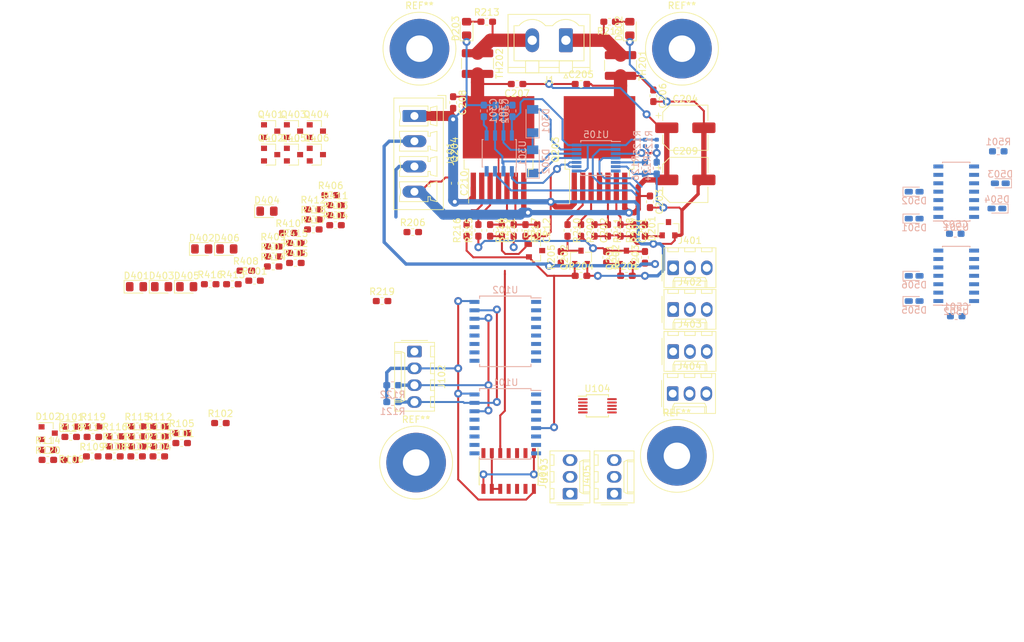
<source format=kicad_pcb>
(kicad_pcb (version 20171130) (host pcbnew 5.0.2+dfsg1-1~bpo9+1)
  (layers (0 F.Cu signal) (31 B.Cu signal) (34 B.Paste user) (35 F.Paste user) (36 B.SilkS user) (37 F.SilkS user) (38 B.Mask user) (39 F.Mask user) (44 Edge.Cuts user))
  (net 0 "")
  (net 1 "Net-(C101-Pad1)")
  (net 2 GND)
  (net 3 "Net-(C301-Pad1)")
  (net 4 +5VD)
  (net 5 "Net-(D101-Pad1)")
  (net 6 "Net-(D202-Pad2)")
  (net 7 "Net-(D203-Pad2)")
  (net 8 "Net-(D301-Pad1)")
  (net 9 /Sheet5DC7BBDF/Ra)
  (net 10 /Sheet5DC7BBDF/Rb)
  (net 11 "Net-(D401-Pad1)")
  (net 12 "Net-(D402-Pad1)")
  (net 13 "Net-(D403-Pad1)")
  (net 14 "Net-(D404-Pad1)")
  (net 15 "Net-(D405-Pad1)")
  (net 16 "Net-(D406-Pad1)")
  (net 17 "Net-(D501-Pad1)")
  (net 18 /Sheet5DBEC701/S0)
  (net 19 /Sheet5DBEC701/S1)
  (net 20 /Sheet5DBEC701/S2)
  (net 21 /Sheet5DBEC701/S3)
  (net 22 /Sheet5DBEC701/S4)
  (net 23 /Sheet5DBEC701/S5)
  (net 24 /Sheet5DC0EE77/PWM1)
  (net 25 "Net-(Q201-Pad3)")
  (net 26 /Sheet5DC0EE77/DIR1)
  (net 27 "Net-(Q202-Pad3)")
  (net 28 "Net-(C205-Pad2)")
  (net 29 +15V)
  (net 30 "Net-(C201-Pad1)")
  (net 31 "Net-(Q203-Pad3)")
  (net 32 "Net-(Q203-Pad2)")
  (net 33 "Net-(Q204-Pad2)")
  (net 34 "Net-(Q204-Pad3)")
  (net 35 "Net-(C207-Pad2)")
  (net 36 "Net-(C211-Pad1)")
  (net 37 "Net-(C212-Pad1)")
  (net 38 "Net-(Q401-Pad1)")
  (net 39 /IN0)
  (net 40 "Net-(Q402-Pad1)")
  (net 41 /IN3)
  (net 42 "Net-(Q403-Pad1)")
  (net 43 /IN1)
  (net 44 /IN4)
  (net 45 "Net-(Q404-Pad1)")
  (net 46 /IN2)
  (net 47 "Net-(Q405-Pad1)")
  (net 48 /IN5)
  (net 49 "Net-(Q406-Pad1)")
  (net 50 "Net-(R101-Pad2)")
  (net 51 "Net-(R103-Pad2)")
  (net 52 "Net-(R105-Pad2)")
  (net 53 "Net-(R107-Pad2)")
  (net 54 "Net-(R109-Pad2)")
  (net 55 "Net-(R111-Pad2)")
  (net 56 "Net-(R113-Pad2)")
  (net 57 "Net-(R115-Pad2)")
  (net 58 "Net-(R117-Pad2)")
  (net 59 "Net-(R119-Pad2)")
  (net 60 /SDA)
  (net 61 /SCL)
  (net 62 "Net-(D201-Pad1)")
  (net 63 /IS1)
  (net 64 "Net-(C202-Pad1)")
  (net 65 "Net-(D204-Pad1)")
  (net 66 /IS2)
  (net 67 "Net-(U101-Pad13)")
  (net 68 /RSTIN5)
  (net 69 /RSTIN4)
  (net 70 /RSTIN3)
  (net 71 /RSTIN2)
  (net 72 /RSTIN1)
  (net 73 /RSTIN0)
  (net 74 "Net-(U101-Pad4)")
  (net 75 "Net-(U102-Pad13)")
  (net 76 "Net-(U103-Pad1)")
  (net 77 /STOPMOTOR)
  (net 78 /PWM)
  (net 79 "Net-(U103-Pad10)")
  (net 80 /Sheet5DBEC701/RSTIN0)
  (net 81 /Sheet5DBEC701/RSTIN1)
  (net 82 /Sheet5DBEC701/RSTIN2)
  (net 83 /Sheet5DBEC701/RSTIN3)
  (net 84 /Sheet5DBEC701/RSTIN5)
  (net 85 /Sheet5DBEC701/RSTIN4)
  (net 86 +5VA)
  (net 87 /M1A)
  (net 88 /M1B)
  (net 89 /Sheet5DC7BBDF/Rw)
  (net 90 "Net-(U104-Pad3)")
  (net 91 "Net-(U104-Pad4)")
  (net 92 "Net-(U105-Pad7)")
  (net 93 "Net-(R123-Pad2)")
  (net 94 "Net-(R125-Pad2)")
  (net 95 "Net-(J401-Pad1)")
  (net 96 "Net-(J402-Pad1)")
  (net 97 "Net-(J403-Pad1)")
  (net 98 "Net-(J404-Pad1)")
  (net 99 "Net-(J405-Pad1)")
  (net 100 "Net-(J406-Pad1)")
  (net 101 "Net-(U104-Pad1)")
  (net 102 "Net-(U104-Pad2)")
  (net 103 "Net-(U104-Pad5)")
  (net 104 "Net-(U104-Pad6)")
  (net 105 "Net-(U104-Pad7)")
  (net 106 "Net-(U104-Pad8)")
  (net 107 "Net-(U104-Pad9)")
  (net 108 "Net-(U104-Pad10)")
  (module Diode_SMD:D_0603_1608Metric_Castellated (layer B.Cu) (at 254.508 45.72)
    (fp_text reference D502 (at 0 1.38) (layer B.SilkS) (effects (justify mirror)))
    (fp_text value B140-E3)
    (pad 2 smd roundrect (at 0.8125 0) (size 1.225 0.85) (layers B.Cu B.Paste B.Mask) (net 19 /Sheet5DBEC701/S1))
    (pad 1 smd roundrect (at -0.8125 0) (size 1.225 0.85) (layers B.Cu B.Paste B.Mask) (net 17 "Net-(D501-Pad1)"))
  )
  (module Diode_SMD:D_0603_1608Metric_Castellated (layer B.Cu) (at 254.508 62.23)
    (fp_text reference D505 (at 0 1.38) (layer B.SilkS) (effects (justify mirror)))
    (fp_text value B140-E3)
    (pad 2 smd roundrect (at 0.8125 0) (size 1.225 0.85) (layers B.Cu B.Paste B.Mask) (net 22 /Sheet5DBEC701/S4))
    (pad 1 smd roundrect (at -0.8125 0) (size 1.225 0.85) (layers B.Cu B.Paste B.Mask) (net 17 "Net-(D501-Pad1)"))
  )
  (module Diode_SMD:D_0603_1608Metric_Castellated (layer B.Cu) (at 267.5125 44.45 180)
    (fp_text reference D503 (at 0 1.38 180) (layer B.SilkS) (effects (justify mirror)))
    (fp_text value B140-E3)
    (pad 2 smd roundrect (at 0.8125 0 180) (size 1.225 0.85) (layers B.Cu B.Paste B.Mask) (net 20 /Sheet5DBEC701/S2))
    (pad 1 smd roundrect (at -0.8125 0 180) (size 1.225 0.85) (layers B.Cu B.Paste B.Mask) (net 17 "Net-(D501-Pad1)"))
  )
  (module Diode_SMD:D_0603_1608Metric_Castellated (layer B.Cu) (at 254.508 49.784)
    (fp_text reference D501 (at 0 1.38) (layer B.SilkS) (effects (justify mirror)))
    (fp_text value B140-E3)
    (pad 2 smd roundrect (at 0.8125 0) (size 1.225 0.85) (layers B.Cu B.Paste B.Mask) (net 18 /Sheet5DBEC701/S0))
    (pad 1 smd roundrect (at -0.8125 0) (size 1.225 0.85) (layers B.Cu B.Paste B.Mask) (net 17 "Net-(D501-Pad1)"))
  )
  (module Diode_SMD:D_0603_1608Metric_Castellated (layer B.Cu) (at 254.508 58.42)
    (fp_text reference D506 (at 0 1.38) (layer B.SilkS) (effects (justify mirror)))
    (fp_text value B140-E3)
    (pad 2 smd roundrect (at 0.8125 0) (size 1.225 0.85) (layers B.Cu B.Paste B.Mask) (net 23 /Sheet5DBEC701/S5))
    (pad 1 smd roundrect (at -0.8125 0) (size 1.225 0.85) (layers B.Cu B.Paste B.Mask) (net 17 "Net-(D501-Pad1)"))
  )
  (module Diode_SMD:D_0603_1608Metric_Castellated (layer B.Cu) (at 267.0045 48.26 180)
    (fp_text reference D504 (at 0 1.38 180) (layer B.SilkS) (effects (justify mirror)))
    (fp_text value B140-E3)
    (pad 2 smd roundrect (at 0.8125 0 180) (size 1.225 0.85) (layers B.Cu B.Paste B.Mask) (net 21 /Sheet5DBEC701/S3))
    (pad 1 smd roundrect (at -0.8125 0 180) (size 1.225 0.85) (layers B.Cu B.Paste B.Mask) (net 17 "Net-(D501-Pad1)"))
  )
  (module Resistor_SMD:R_0603_1608Metric_Pad1.05x0.95mm_HandSolder (layer F.Cu) (at 211.074 58.42)
    (fp_text reference R201 (at 0 -1.43) (layer F.SilkS))
    (fp_text value 100k)
    (pad 2 smd roundrect (at 0.875 0) (size 1.05 0.95) (layers F.Cu F.Paste F.Mask) (net 2 GND))
    (pad 1 smd roundrect (at -0.875 0) (size 1.05 0.95) (layers F.Cu F.Paste F.Mask) (net 24 /Sheet5DC0EE77/PWM1))
  )
  (module Connector_Molex:Molex_KK-254_AE-6410-03A_1x03_P2.54mm_Vertical (layer F.Cu) (at 218.1225 57.2135)
    (fp_text reference J401 (at 2.54 -4.12) (layer F.SilkS))
    (fp_text value Conn_01x03_Male)
    (pad 1 thru_hole roundrect (at 0 0) (size 1.74 2.2) (drill 1.2) (layers *.Cu *.Mask) (roundrect_rratio 0.143678) (net 95 "Net-(J401-Pad1)"))
    (pad 2 thru_hole oval (at 2.54 0) (size 1.74 2.2) (drill 1.2) (layers *.Cu *.Mask) (net 4 +5VD))
    (pad 3 thru_hole oval (at 5.08 0) (size 1.74 2.2) (drill 1.2) (layers *.Cu *.Mask) (net 2 GND))
  )
  (module Connector:Banana_Jack_1Pin (layer F.Cu) (at 179.324 86.614)
    (fp_text reference REF** (at 0 -6.5) (layer F.SilkS))
    (fp_text value Banana_Jack_1Pin)
    (pad 1 thru_hole circle (at 0 0) (size 9 9) (drill 4) (layers *.Cu *.Mask))
  )
  (module Connector:Banana_Jack_1Pin (layer F.Cu) (at 218.694 85.598)
    (fp_text reference REF** (at 0 -6.5) (layer F.SilkS))
    (fp_text value Banana_Jack_1Pin)
    (pad 1 thru_hole circle (at 0 0) (size 9 9) (drill 4) (layers *.Cu *.Mask))
  )
  (module Connector:Banana_Jack_1Pin (layer F.Cu) (at 179.832 24.13)
    (fp_text reference REF** (at 0 -6.5) (layer F.SilkS))
    (fp_text value Banana_Jack_1Pin)
    (pad 1 thru_hole circle (at 0 0) (size 9 9) (drill 4) (layers *.Cu *.Mask))
  )
  (module Package_TO_SOT_SMD:SOT-23 (layer F.Cu) (at 211.074 55.626 90)
    (fp_text reference Q201 (at 0 -2.5 90) (layer F.SilkS))
    (fp_text value 2N7002)
    (pad 1 smd rect (at -1 -0.95 90) (size 0.9 0.8) (layers F.Cu F.Paste F.Mask) (net 24 /Sheet5DC0EE77/PWM1))
    (pad 2 smd rect (at -1 0.95 90) (size 0.9 0.8) (layers F.Cu F.Paste F.Mask) (net 2 GND))
    (pad 3 smd rect (at 1 0 90) (size 0.9 0.8) (layers F.Cu F.Paste F.Mask) (net 25 "Net-(Q201-Pad3)"))
  )
  (module Resistor_SMD:R_0603_1608Metric_Pad1.05x0.95mm_HandSolder (layer F.Cu) (at 188.722 51.562 90)
    (fp_text reference R215 (at 0 -1.43 90) (layer F.SilkS))
    (fp_text value 10k)
    (pad 2 smd roundrect (at 0.875 0 90) (size 1.05 0.95) (layers F.Cu F.Paste F.Mask) (net 34 "Net-(Q204-Pad3)"))
    (pad 1 smd roundrect (at -0.875 0 90) (size 1.05 0.95) (layers F.Cu F.Paste F.Mask) (net 25 "Net-(Q201-Pad3)"))
  )
  (module Resistor_SMD:R_0603_1608Metric_Pad1.05x0.95mm_HandSolder (layer F.Cu) (at 208.026 55.626 270)
    (fp_text reference R202 (at 0 -1.43 270) (layer F.SilkS))
    (fp_text value NC-0)
    (pad 2 smd roundrect (at 0.875 0 270) (size 1.05 0.95) (layers F.Cu F.Paste F.Mask) (net 24 /Sheet5DC0EE77/PWM1))
    (pad 1 smd roundrect (at -0.875 0 270) (size 1.05 0.95) (layers F.Cu F.Paste F.Mask) (net 25 "Net-(Q201-Pad3)"))
  )
  (module Resistor_SMD:R_0603_1608Metric_Pad1.05x0.95mm_HandSolder (layer F.Cu) (at 213.868 55.626 90)
    (fp_text reference R203 (at 0 -1.43 90) (layer F.SilkS))
    (fp_text value 10k)
    (pad 1 smd roundrect (at -0.875 0 90) (size 1.05 0.95) (layers F.Cu F.Paste F.Mask) (net 4 +5VD))
    (pad 2 smd roundrect (at 0.875 0 90) (size 1.05 0.95) (layers F.Cu F.Paste F.Mask) (net 25 "Net-(Q201-Pad3)"))
  )
  (module Capacitor_SMD:C_0603_1608Metric_Pad1.05x0.95mm_HandSolder (layer F.Cu) (at 206.248 51.562 270)
    (fp_text reference C202 (at 0 -1.43 270) (layer F.SilkS))
    (fp_text value C)
    (pad 1 smd roundrect (at -0.875 0 270) (size 1.05 0.95) (layers F.Cu F.Paste F.Mask) (net 64 "Net-(C202-Pad1)"))
    (pad 2 smd roundrect (at 0.875 0 270) (size 1.05 0.95) (layers F.Cu F.Paste F.Mask) (net 2 GND))
  )
  (module Capacitor_SMD:C_0603_1608Metric_Pad1.05x0.95mm_HandSolder (layer F.Cu) (at 140.579001 82.657001)
    (fp_text reference C101 (at 0 -1.43) (layer F.SilkS))
    (fp_text value 100n)
    (pad 1 smd roundrect (at -0.875 0) (size 1.05 0.95) (layers F.Cu F.Paste F.Mask) (net 1 "Net-(C101-Pad1)"))
    (pad 2 smd roundrect (at 0.875 0) (size 1.05 0.95) (layers F.Cu F.Paste F.Mask) (net 2 GND))
  )
  (module Capacitor_SMD:C_0603_1608Metric_Pad1.05x0.95mm_HandSolder (layer B.Cu) (at 189.548998 33.528 90)
    (fp_text reference C301 (at 0 1.43 90) (layer B.SilkS) (effects (justify mirror)))
    (fp_text value 10n)
    (pad 2 smd roundrect (at 0.875 0 90) (size 1.05 0.95) (layers B.Cu B.Paste B.Mask) (net 2 GND))
    (pad 1 smd roundrect (at -0.875 0 90) (size 1.05 0.95) (layers B.Cu B.Paste B.Mask) (net 3 "Net-(C301-Pad1)"))
  )
  (module Capacitor_SMD:C_0603_1608Metric_Pad1.05x0.95mm_HandSolder (layer B.Cu) (at 260.858 64.516 180)
    (fp_text reference C501 (at 0 1.43 180) (layer B.SilkS) (effects (justify mirror)))
    (fp_text value 100n)
    (pad 2 smd roundrect (at 0.875 0 180) (size 1.05 0.95) (layers B.Cu B.Paste B.Mask) (net 2 GND))
    (pad 1 smd roundrect (at -0.875 0 180) (size 1.05 0.95) (layers B.Cu B.Paste B.Mask) (net 4 +5VD))
  )
  (module Capacitor_SMD:C_0603_1608Metric_Pad1.05x0.95mm_HandSolder (layer B.Cu) (at 260.717 52.07 180)
    (fp_text reference C502 (at 0 1.43 180) (layer B.SilkS) (effects (justify mirror)))
    (fp_text value 100n)
    (pad 1 smd roundrect (at -0.875 0 180) (size 1.05 0.95) (layers B.Cu B.Paste B.Mask) (net 4 +5VD))
    (pad 2 smd roundrect (at 0.875 0 180) (size 1.05 0.95) (layers B.Cu B.Paste B.Mask) (net 2 GND))
  )
  (module LED_SMD:LED_0603_1608Metric_Pad1.05x0.95mm_HandSolder (layer F.Cu) (at 127.224001 81.187001)
    (fp_text reference D101 (at 0 -1.43) (layer F.SilkS))
    (fp_text value Jaune)
    (pad 1 smd roundrect (at -0.875 0) (size 1.05 0.95) (layers F.Cu F.Paste F.Mask) (net 5 "Net-(D101-Pad1)"))
    (pad 2 smd roundrect (at 0.875 0) (size 1.05 0.95) (layers F.Cu F.Paste F.Mask) (net 2 GND))
  )
  (module Package_TO_SOT_SMD:SOT-23 (layer F.Cu) (at 123.779001 82.167001)
    (fp_text reference D102 (at 0 -2.5) (layer F.SilkS))
    (fp_text value D_Zener)
    (pad 3 smd rect (at 1 0) (size 0.9 0.8) (layers F.Cu F.Paste F.Mask))
    (pad 2 smd rect (at -1 0.95) (size 0.9 0.8) (layers F.Cu F.Paste F.Mask) (net 2 GND))
    (pad 1 smd rect (at -1 -0.95) (size 0.9 0.8) (layers F.Cu F.Paste F.Mask) (net 1 "Net-(C101-Pad1)"))
  )
  (module LED_SMD:LED_0805_2012Metric_Pad1.15x1.40mm_HandSolder (layer F.Cu) (at 211.582 21.082 90)
    (fp_text reference D202 (at 0 -1.65 90) (layer F.SilkS))
    (fp_text value LED)
    (pad 2 smd roundrect (at 1.025 0 90) (size 1.15 1.4) (layers F.Cu F.Paste F.Mask) (roundrect_rratio 0.217391) (net 6 "Net-(D202-Pad2)"))
    (pad 1 smd roundrect (at -1.025 0 90) (size 1.15 1.4) (layers F.Cu F.Paste F.Mask) (roundrect_rratio 0.217391) (net 2 GND))
  )
  (module LED_SMD:LED_0805_2012Metric_Pad1.15x1.40mm_HandSolder (layer F.Cu) (at 186.944 21.082 90)
    (fp_text reference D203 (at 0 -1.65 90) (layer F.SilkS))
    (fp_text value LED)
    (pad 1 smd roundrect (at -1.025 0 90) (size 1.15 1.4) (layers F.Cu F.Paste F.Mask) (roundrect_rratio 0.217391) (net 2 GND))
    (pad 2 smd roundrect (at 1.025 0 90) (size 1.15 1.4) (layers F.Cu F.Paste F.Mask) (roundrect_rratio 0.217391) (net 7 "Net-(D203-Pad2)"))
  )
  (module Diode_SMD:D_MiniMELF (layer B.Cu) (at 196.914998 35.052 90)
    (fp_text reference D301 (at 0 2 90) (layer B.SilkS) (effects (justify mirror)))
    (fp_text value LL4148)
    (pad 1 smd rect (at -1.75 0 90) (size 1.3 1.7) (layers B.Cu B.Paste B.Mask) (net 8 "Net-(D301-Pad1)"))
    (pad 2 smd rect (at 1.75 0 90) (size 1.3 1.7) (layers B.Cu B.Paste B.Mask) (net 9 /Sheet5DC7BBDF/Ra))
  )
  (module Diode_SMD:D_MiniMELF (layer B.Cu) (at 196.914998 41.148 90)
    (fp_text reference D302 (at 0 2 90) (layer B.SilkS) (effects (justify mirror)))
    (fp_text value LL4148)
    (pad 2 smd rect (at 1.75 0 90) (size 1.3 1.7) (layers B.Cu B.Paste B.Mask) (net 8 "Net-(D301-Pad1)"))
    (pad 1 smd rect (at -1.75 0 90) (size 1.3 1.7) (layers B.Cu B.Paste B.Mask) (net 10 /Sheet5DC7BBDF/Rb))
  )
  (module LED_SMD:LED_0805_2012Metric_Pad1.15x1.40mm_HandSolder (layer F.Cu) (at 137.111501 60.062001)
    (fp_text reference D401 (at 0 -1.65) (layer F.SilkS))
    (fp_text value LED)
    (pad 1 smd roundrect (at -1.025 0) (size 1.15 1.4) (layers F.Cu F.Paste F.Mask) (roundrect_rratio 0.217391) (net 11 "Net-(D401-Pad1)"))
    (pad 2 smd roundrect (at 1.025 0) (size 1.15 1.4) (layers F.Cu F.Paste F.Mask) (roundrect_rratio 0.217391) (net 4 +5VD))
  )
  (module LED_SMD:LED_0805_2012Metric_Pad1.15x1.40mm_HandSolder (layer F.Cu) (at 146.961501 54.362001)
    (fp_text reference D402 (at 0 -1.65) (layer F.SilkS))
    (fp_text value LED)
    (pad 1 smd roundrect (at -1.025 0) (size 1.15 1.4) (layers F.Cu F.Paste F.Mask) (roundrect_rratio 0.217391) (net 12 "Net-(D402-Pad1)"))
    (pad 2 smd roundrect (at 1.025 0) (size 1.15 1.4) (layers F.Cu F.Paste F.Mask) (roundrect_rratio 0.217391) (net 4 +5VD))
  )
  (module LED_SMD:LED_0805_2012Metric_Pad1.15x1.40mm_HandSolder (layer F.Cu) (at 140.901501 60.062001)
    (fp_text reference D403 (at 0 -1.65) (layer F.SilkS))
    (fp_text value LED)
    (pad 2 smd roundrect (at 1.025 0) (size 1.15 1.4) (layers F.Cu F.Paste F.Mask) (roundrect_rratio 0.217391) (net 4 +5VD))
    (pad 1 smd roundrect (at -1.025 0) (size 1.15 1.4) (layers F.Cu F.Paste F.Mask) (roundrect_rratio 0.217391) (net 13 "Net-(D403-Pad1)"))
  )
  (module LED_SMD:LED_0805_2012Metric_Pad1.15x1.40mm_HandSolder (layer F.Cu) (at 156.811501 48.662001)
    (fp_text reference D404 (at 0 -1.65) (layer F.SilkS))
    (fp_text value LED)
    (pad 2 smd roundrect (at 1.025 0) (size 1.15 1.4) (layers F.Cu F.Paste F.Mask) (roundrect_rratio 0.217391) (net 4 +5VD))
    (pad 1 smd roundrect (at -1.025 0) (size 1.15 1.4) (layers F.Cu F.Paste F.Mask) (roundrect_rratio 0.217391) (net 14 "Net-(D404-Pad1)"))
  )
  (module LED_SMD:LED_0805_2012Metric_Pad1.15x1.40mm_HandSolder (layer F.Cu) (at 144.691501 60.062001)
    (fp_text reference D405 (at 0 -1.65) (layer F.SilkS))
    (fp_text value LED)
    (pad 1 smd roundrect (at -1.025 0) (size 1.15 1.4) (layers F.Cu F.Paste F.Mask) (roundrect_rratio 0.217391) (net 15 "Net-(D405-Pad1)"))
    (pad 2 smd roundrect (at 1.025 0) (size 1.15 1.4) (layers F.Cu F.Paste F.Mask) (roundrect_rratio 0.217391) (net 4 +5VD))
  )
  (module LED_SMD:LED_0805_2012Metric_Pad1.15x1.40mm_HandSolder (layer F.Cu) (at 150.751501 54.362001)
    (fp_text reference D406 (at 0 -1.65) (layer F.SilkS))
    (fp_text value LED)
    (pad 2 smd roundrect (at 1.025 0) (size 1.15 1.4) (layers F.Cu F.Paste F.Mask) (roundrect_rratio 0.217391) (net 4 +5VD))
    (pad 1 smd roundrect (at -1.025 0) (size 1.15 1.4) (layers F.Cu F.Paste F.Mask) (roundrect_rratio 0.217391) (net 16 "Net-(D406-Pad1)"))
  )
  (module Package_TO_SOT_SMD:SOT-23 (layer F.Cu) (at 204.216 55.626 90)
    (fp_text reference Q202 (at 0 -2.5 90) (layer F.SilkS))
    (fp_text value 2N7002)
    (pad 1 smd rect (at -1 -0.95 90) (size 0.9 0.8) (layers F.Cu F.Paste F.Mask) (net 26 /Sheet5DC0EE77/DIR1))
    (pad 2 smd rect (at -1 0.95 90) (size 0.9 0.8) (layers F.Cu F.Paste F.Mask) (net 2 GND))
    (pad 3 smd rect (at 1 0 90) (size 0.9 0.8) (layers F.Cu F.Paste F.Mask) (net 27 "Net-(Q202-Pad3)"))
  )
  (module Package_TO_SOT_SMD:TO-263-7_TabPin4 (layer F.Cu) (at 207.01 39.37 90)
    (fp_text reference Q203 (at 0 -6.65 90) (layer F.SilkS))
    (fp_text value BTN8982TA)
    (pad 4 smd rect (at 3.375 0 90) (size 9.4 10.8) (layers F.Cu F.Mask) (net 28 "Net-(C205-Pad2)"))
    (pad 7 smd rect (at -5.775 3.81 90) (size 4.6 0.8) (layers F.Cu F.Paste F.Mask) (net 29 +15V))
    (pad 6 smd rect (at -5.775 2.54 90) (size 4.6 0.8) (layers F.Cu F.Paste F.Mask) (net 30 "Net-(C201-Pad1)"))
    (pad 5 smd rect (at -5.775 1.27 90) (size 4.6 0.8) (layers F.Cu F.Paste F.Mask) (net 64 "Net-(C202-Pad1)"))
    (pad 4 smd rect (at -5.775 0 90) (size 4.6 0.8) (layers F.Cu F.Paste F.Mask) (net 28 "Net-(C205-Pad2)"))
    (pad 3 smd rect (at -5.775 -1.27 90) (size 4.6 0.8) (layers F.Cu F.Paste F.Mask) (net 31 "Net-(Q203-Pad3)"))
    (pad 2 smd rect (at -5.775 -2.54 90) (size 4.6 0.8) (layers F.Cu F.Paste F.Mask) (net 32 "Net-(Q203-Pad2)"))
    (pad 1 smd rect (at -5.775 -3.81 90) (size 4.6 0.8) (layers F.Cu F.Paste F.Mask) (net 2 GND))
  )
  (module Package_TO_SOT_SMD:TO-263-7_TabPin4 (layer F.Cu) (at 191.77 39.37 90)
    (fp_text reference Q204 (at 0 -6.65 90) (layer F.SilkS))
    (fp_text value BTN8982TA)
    (pad 1 smd rect (at -5.775 -3.81 90) (size 4.6 0.8) (layers F.Cu F.Paste F.Mask) (net 2 GND))
    (pad 2 smd rect (at -5.775 -2.54 90) (size 4.6 0.8) (layers F.Cu F.Paste F.Mask) (net 33 "Net-(Q204-Pad2)"))
    (pad 3 smd rect (at -5.775 -1.27 90) (size 4.6 0.8) (layers F.Cu F.Paste F.Mask) (net 34 "Net-(Q204-Pad3)"))
    (pad 4 smd rect (at -5.775 0 90) (size 4.6 0.8) (layers F.Cu F.Paste F.Mask) (net 35 "Net-(C207-Pad2)"))
    (pad 5 smd rect (at -5.775 1.27 90) (size 4.6 0.8) (layers F.Cu F.Paste F.Mask) (net 36 "Net-(C211-Pad1)"))
    (pad 6 smd rect (at -5.775 2.54 90) (size 4.6 0.8) (layers F.Cu F.Paste F.Mask) (net 37 "Net-(C212-Pad1)"))
    (pad 7 smd rect (at -5.775 3.81 90) (size 4.6 0.8) (layers F.Cu F.Paste F.Mask) (net 29 +15V))
    (pad 4 smd rect (at 3.375 0 90) (size 9.4 10.8) (layers F.Cu F.Mask) (net 35 "Net-(C207-Pad2)"))
  )
  (module Resistor_SMD:R_0603_1608Metric_Pad1.05x0.95mm_HandSolder (layer F.Cu) (at 143.929001 83.667001)
    (fp_text reference R101 (at 0 -1.43) (layer F.SilkS))
    (fp_text value 0)
    (pad 2 smd roundrect (at 0.875 0) (size 1.05 0.95) (layers F.Cu F.Paste F.Mask) (net 50 "Net-(R101-Pad2)"))
    (pad 1 smd roundrect (at -0.875 0) (size 1.05 0.95) (layers F.Cu F.Paste F.Mask) (net 4 +5VD))
  )
  (module Resistor_SMD:R_0603_1608Metric_Pad1.05x0.95mm_HandSolder (layer F.Cu) (at 149.779001 80.647001)
    (fp_text reference R102 (at 0 -1.43) (layer F.SilkS))
    (fp_text value 10k)
    (pad 1 smd roundrect (at -0.875 0) (size 1.05 0.95) (layers F.Cu F.Paste F.Mask) (net 50 "Net-(R101-Pad2)"))
    (pad 2 smd roundrect (at 0.875 0) (size 1.05 0.95) (layers F.Cu F.Paste F.Mask) (net 2 GND))
  )
  (module Resistor_SMD:R_0603_1608Metric_Pad1.05x0.95mm_HandSolder (layer F.Cu) (at 140.579001 84.167001)
    (fp_text reference R103 (at 0 -1.43) (layer F.SilkS))
    (fp_text value 0)
    (pad 2 smd roundrect (at 0.875 0) (size 1.05 0.95) (layers F.Cu F.Paste F.Mask) (net 51 "Net-(R103-Pad2)"))
    (pad 1 smd roundrect (at -0.875 0) (size 1.05 0.95) (layers F.Cu F.Paste F.Mask) (net 4 +5VD))
  )
  (module Resistor_SMD:R_0603_1608Metric_Pad1.05x0.95mm_HandSolder (layer F.Cu) (at 140.479001 85.677001)
    (fp_text reference R104 (at 0 -1.43) (layer F.SilkS))
    (fp_text value 10k)
    (pad 1 smd roundrect (at -0.875 0) (size 1.05 0.95) (layers F.Cu F.Paste F.Mask) (net 51 "Net-(R103-Pad2)"))
    (pad 2 smd roundrect (at 0.875 0) (size 1.05 0.95) (layers F.Cu F.Paste F.Mask) (net 2 GND))
  )
  (module Resistor_SMD:R_0603_1608Metric_Pad1.05x0.95mm_HandSolder (layer F.Cu) (at 143.929001 82.157001)
    (fp_text reference R105 (at 0 -1.43) (layer F.SilkS))
    (fp_text value 0)
    (pad 1 smd roundrect (at -0.875 0) (size 1.05 0.95) (layers F.Cu F.Paste F.Mask) (net 4 +5VD))
    (pad 2 smd roundrect (at 0.875 0) (size 1.05 0.95) (layers F.Cu F.Paste F.Mask) (net 52 "Net-(R105-Pad2)"))
  )
  (module Resistor_SMD:R_0603_1608Metric_Pad1.05x0.95mm_HandSolder (layer F.Cu) (at 127.079001 86.207001)
    (fp_text reference R106 (at 0.174999 -0.101001) (layer F.SilkS))
    (fp_text value 10k)
    (pad 2 smd roundrect (at 0.875 0) (size 1.05 0.95) (layers F.Cu F.Paste F.Mask) (net 2 GND))
    (pad 1 smd roundrect (at -0.875 0) (size 1.05 0.95) (layers F.Cu F.Paste F.Mask) (net 52 "Net-(R105-Pad2)"))
  )
  (module Resistor_SMD:R_0603_1608Metric_Pad1.05x0.95mm_HandSolder (layer F.Cu) (at 137.129001 85.677001)
    (fp_text reference R107 (at 0 -1.43) (layer F.SilkS))
    (fp_text value 0)
    (pad 2 smd roundrect (at 0.875 0) (size 1.05 0.95) (layers F.Cu F.Paste F.Mask) (net 53 "Net-(R107-Pad2)"))
    (pad 1 smd roundrect (at -0.875 0) (size 1.05 0.95) (layers F.Cu F.Paste F.Mask) (net 4 +5VD))
  )
  (module Resistor_SMD:R_0603_1608Metric_Pad1.05x0.95mm_HandSolder (layer F.Cu) (at 133.779001 85.677001)
    (fp_text reference R108 (at 0 -1.43) (layer F.SilkS))
    (fp_text value 10k)
    (pad 1 smd roundrect (at -0.875 0) (size 1.05 0.95) (layers F.Cu F.Paste F.Mask) (net 53 "Net-(R107-Pad2)"))
    (pad 2 smd roundrect (at 0.875 0) (size 1.05 0.95) (layers F.Cu F.Paste F.Mask) (net 2 GND))
  )
  (module Resistor_SMD:R_0603_1608Metric_Pad1.05x0.95mm_HandSolder (layer F.Cu) (at 130.429001 85.677001)
    (fp_text reference R109 (at 0 -1.43) (layer F.SilkS))
    (fp_text value 0)
    (pad 2 smd roundrect (at 0.875 0) (size 1.05 0.95) (layers F.Cu F.Paste F.Mask) (net 54 "Net-(R109-Pad2)"))
    (pad 1 smd roundrect (at -0.875 0) (size 1.05 0.95) (layers F.Cu F.Paste F.Mask) (net 4 +5VD))
  )
  (module Resistor_SMD:R_0603_1608Metric_Pad1.05x0.95mm_HandSolder (layer F.Cu) (at 137.229001 84.167001)
    (fp_text reference R110 (at 0 -1.43) (layer F.SilkS))
    (fp_text value 10k)
    (pad 1 smd roundrect (at -0.875 0) (size 1.05 0.95) (layers F.Cu F.Paste F.Mask) (net 54 "Net-(R109-Pad2)"))
    (pad 2 smd roundrect (at 0.875 0) (size 1.05 0.95) (layers F.Cu F.Paste F.Mask) (net 2 GND))
  )
  (module Resistor_SMD:R_0603_1608Metric_Pad1.05x0.95mm_HandSolder (layer F.Cu) (at 133.879001 84.167001)
    (fp_text reference R111 (at 0 -1.43) (layer F.SilkS))
    (fp_text value 0)
    (pad 2 smd roundrect (at 0.875 0) (size 1.05 0.95) (layers F.Cu F.Paste F.Mask) (net 55 "Net-(R111-Pad2)"))
    (pad 1 smd roundrect (at -0.875 0) (size 1.05 0.95) (layers F.Cu F.Paste F.Mask) (net 4 +5VD))
  )
  (module Resistor_SMD:R_0603_1608Metric_Pad1.05x0.95mm_HandSolder (layer F.Cu) (at 140.579001 81.147001)
    (fp_text reference R112 (at 0 -1.43) (layer F.SilkS))
    (fp_text value 10k)
    (pad 1 smd roundrect (at -0.875 0) (size 1.05 0.95) (layers F.Cu F.Paste F.Mask) (net 55 "Net-(R111-Pad2)"))
    (pad 2 smd roundrect (at 0.875 0) (size 1.05 0.95) (layers F.Cu F.Paste F.Mask) (net 2 GND))
  )
  (module Resistor_SMD:R_0603_1608Metric_Pad1.05x0.95mm_HandSolder (layer F.Cu) (at 137.229001 82.657001)
    (fp_text reference R113 (at 0 -1.43) (layer F.SilkS))
    (fp_text value 1k)
    (pad 2 smd roundrect (at 0.875 0) (size 1.05 0.95) (layers F.Cu F.Paste F.Mask) (net 56 "Net-(R113-Pad2)"))
    (pad 1 smd roundrect (at -0.875 0) (size 1.05 0.95) (layers F.Cu F.Paste F.Mask) (net 5 "Net-(D101-Pad1)"))
  )
  (module Resistor_SMD:R_0603_1608Metric_Pad1.05x0.95mm_HandSolder (layer F.Cu) (at 123.729001 84.697001)
    (fp_text reference R114 (at 0 -1.43) (layer F.SilkS))
    (fp_text value 1k)
    (pad 2 smd roundrect (at 0.875 0) (size 1.05 0.95) (layers F.Cu F.Paste F.Mask) (net 1 "Net-(C101-Pad1)"))
    (pad 1 smd roundrect (at -0.875 0) (size 1.05 0.95) (layers F.Cu F.Paste F.Mask) (net 4 +5VD))
  )
  (module Resistor_SMD:R_0603_1608Metric_Pad1.05x0.95mm_HandSolder (layer F.Cu) (at 137.229001 81.147001)
    (fp_text reference R115 (at 0 -1.43) (layer F.SilkS))
    (fp_text value 0)
    (pad 2 smd roundrect (at 0.875 0) (size 1.05 0.95) (layers F.Cu F.Paste F.Mask) (net 57 "Net-(R115-Pad2)"))
    (pad 1 smd roundrect (at -0.875 0) (size 1.05 0.95) (layers F.Cu F.Paste F.Mask) (net 4 +5VD))
  )
  (module Resistor_SMD:R_0603_1608Metric_Pad1.05x0.95mm_HandSolder (layer F.Cu) (at 133.879001 82.657001)
    (fp_text reference R116 (at 0 -1.43) (layer F.SilkS))
    (fp_text value 10k)
    (pad 2 smd roundrect (at 0.875 0) (size 1.05 0.95) (layers F.Cu F.Paste F.Mask) (net 2 GND))
    (pad 1 smd roundrect (at -0.875 0) (size 1.05 0.95) (layers F.Cu F.Paste F.Mask) (net 57 "Net-(R115-Pad2)"))
  )
  (module Resistor_SMD:R_0603_1608Metric_Pad1.05x0.95mm_HandSolder (layer F.Cu) (at 130.529001 82.737001)
    (fp_text reference R117 (at 0 -1.43) (layer F.SilkS))
    (fp_text value 0)
    (pad 1 smd roundrect (at -0.875 0) (size 1.05 0.95) (layers F.Cu F.Paste F.Mask) (net 4 +5VD))
    (pad 2 smd roundrect (at 0.875 0) (size 1.05 0.95) (layers F.Cu F.Paste F.Mask) (net 58 "Net-(R117-Pad2)"))
  )
  (module Resistor_SMD:R_0603_1608Metric_Pad1.05x0.95mm_HandSolder (layer F.Cu) (at 127.179001 82.737001)
    (fp_text reference R118 (at 0 -1.43) (layer F.SilkS))
    (fp_text value 10k)
    (pad 1 smd roundrect (at -0.875 0) (size 1.05 0.95) (layers F.Cu F.Paste F.Mask) (net 58 "Net-(R117-Pad2)"))
    (pad 2 smd roundrect (at 0.875 0) (size 1.05 0.95) (layers F.Cu F.Paste F.Mask) (net 2 GND))
  )
  (module Resistor_SMD:R_0603_1608Metric_Pad1.05x0.95mm_HandSolder (layer F.Cu) (at 130.569001 81.147001)
    (fp_text reference R119 (at 0 -1.43) (layer F.SilkS))
    (fp_text value 0)
    (pad 1 smd roundrect (at -0.875 0) (size 1.05 0.95) (layers F.Cu F.Paste F.Mask) (net 4 +5VD))
    (pad 2 smd roundrect (at 0.875 0) (size 1.05 0.95) (layers F.Cu F.Paste F.Mask) (net 59 "Net-(R119-Pad2)"))
  )
  (module Resistor_SMD:R_0603_1608Metric_Pad1.05x0.95mm_HandSolder (layer F.Cu) (at 123.729001 86.207001)
    (fp_text reference R120 (at 0 -1.43) (layer F.SilkS))
    (fp_text value 10k)
    (pad 2 smd roundrect (at 0.875 0) (size 1.05 0.95) (layers F.Cu F.Paste F.Mask) (net 2 GND))
    (pad 1 smd roundrect (at -0.875 0) (size 1.05 0.95) (layers F.Cu F.Paste F.Mask) (net 59 "Net-(R119-Pad2)"))
  )
  (module Resistor_SMD:R_0603_1608Metric_Pad1.05x0.95mm_HandSolder (layer B.Cu) (at 175.768 77.47)
    (fp_text reference R121 (at 0 1.43) (layer B.SilkS) (effects (justify mirror)))
    (fp_text value 10k)
    (pad 1 smd roundrect (at -0.875 0) (size 1.05 0.95) (layers B.Cu B.Paste B.Mask) (net 4 +5VD))
    (pad 2 smd roundrect (at 0.875 0) (size 1.05 0.95) (layers B.Cu B.Paste B.Mask) (net 60 /SDA))
  )
  (module Resistor_SMD:R_0603_1608Metric_Pad1.05x0.95mm_HandSolder (layer B.Cu) (at 175.768 74.93)
    (fp_text reference R122 (at 0 1.43) (layer B.SilkS) (effects (justify mirror)))
    (fp_text value 10k)
    (pad 2 smd roundrect (at 0.875 0) (size 1.05 0.95) (layers B.Cu B.Paste B.Mask) (net 61 /SCL))
    (pad 1 smd roundrect (at -0.875 0) (size 1.05 0.95) (layers B.Cu B.Paste B.Mask) (net 4 +5VD))
  )
  (module Resistor_SMD:R_0603_1608Metric_Pad1.05x0.95mm_HandSolder (layer F.Cu) (at 204.216 58.42)
    (fp_text reference R204 (at 0 -1.43) (layer F.SilkS))
    (fp_text value 100k)
    (pad 1 smd roundrect (at -0.875 0) (size 1.05 0.95) (layers F.Cu F.Paste F.Mask) (net 26 /Sheet5DC0EE77/DIR1))
    (pad 2 smd roundrect (at 0.875 0) (size 1.05 0.95) (layers F.Cu F.Paste F.Mask) (net 2 GND))
  )
  (module Resistor_SMD:R_0603_1608Metric_Pad1.05x0.95mm_HandSolder (layer F.Cu) (at 201.168 55.626 90)
    (fp_text reference R205 (at 0 -1.43 90) (layer F.SilkS))
    (fp_text value 10k)
    (pad 1 smd roundrect (at -0.875 0 90) (size 1.05 0.95) (layers F.Cu F.Paste F.Mask) (net 4 +5VD))
    (pad 2 smd roundrect (at 0.875 0 90) (size 1.05 0.95) (layers F.Cu F.Paste F.Mask) (net 27 "Net-(Q202-Pad3)"))
  )
  (module Resistor_SMD:R_0603_1608Metric_Pad1.05x0.95mm_HandSolder (layer F.Cu) (at 178.816 51.816)
    (fp_text reference R206 (at 0 -1.43) (layer F.SilkS))
    (fp_text value R)
    (pad 2 smd roundrect (at 0.875 0) (size 1.05 0.95) (layers F.Cu F.Paste F.Mask) (net 62 "Net-(D201-Pad1)"))
    (pad 1 smd roundrect (at -0.875 0) (size 1.05 0.95) (layers F.Cu F.Paste F.Mask) (net 63 /IS1))
  )
  (module Resistor_SMD:R_0603_1608Metric_Pad1.05x0.95mm_HandSolder (layer F.Cu) (at 213.868 51.562 90)
    (fp_text reference R207 (at 0 -1.43 90) (layer F.SilkS))
    (fp_text value R)
    (pad 2 smd roundrect (at 0.875 0 90) (size 1.05 0.95) (layers F.Cu F.Paste F.Mask) (net 30 "Net-(C201-Pad1)"))
    (pad 1 smd roundrect (at -0.875 0 90) (size 1.05 0.95) (layers F.Cu F.Paste F.Mask) (net 62 "Net-(D201-Pad1)"))
  )
  (module Resistor_SMD:R_0603_1608Metric_Pad1.05x0.95mm_HandSolder (layer F.Cu) (at 210.185 51.562 270)
    (fp_text reference R208 (at 0 -1.43 270) (layer F.SilkS))
    (fp_text value R)
    (pad 1 smd roundrect (at -0.875 0 270) (size 1.05 0.95) (layers F.Cu F.Paste F.Mask) (net 30 "Net-(C201-Pad1)"))
    (pad 2 smd roundrect (at 0.875 0 270) (size 1.05 0.95) (layers F.Cu F.Paste F.Mask) (net 2 GND))
  )
  (module Resistor_SMD:R_0603_1608Metric_Pad1.05x0.95mm_HandSolder (layer F.Cu) (at 204.216 51.562 270)
    (fp_text reference R209 (at 0 -1.43 270) (layer F.SilkS))
    (fp_text value 10k)
    (pad 2 smd roundrect (at 0.875 0 270) (size 1.05 0.95) (layers F.Cu F.Paste F.Mask) (net 25 "Net-(Q201-Pad3)"))
    (pad 1 smd roundrect (at -0.875 0 270) (size 1.05 0.95) (layers F.Cu F.Paste F.Mask) (net 31 "Net-(Q203-Pad3)"))
  )
  (module Resistor_SMD:R_0603_1608Metric_Pad1.05x0.95mm_HandSolder (layer F.Cu) (at 202.184 51.562 270)
    (fp_text reference R210 (at 0 -1.43 270) (layer F.SilkS))
    (fp_text value 10k)
    (pad 1 smd roundrect (at -0.875 0 270) (size 1.05 0.95) (layers F.Cu F.Paste F.Mask) (net 32 "Net-(Q203-Pad2)"))
    (pad 2 smd roundrect (at 0.875 0 270) (size 1.05 0.95) (layers F.Cu F.Paste F.Mask) (net 27 "Net-(Q202-Pad3)"))
  )
  (module Resistor_SMD:R_0603_1608Metric_Pad1.05x0.95mm_HandSolder (layer F.Cu) (at 208.28 51.562 270)
    (fp_text reference R211 (at 0 -1.43 270) (layer F.SilkS))
    (fp_text value R)
    (pad 2 smd roundrect (at 0.875 0 270) (size 1.05 0.95) (layers F.Cu F.Paste F.Mask) (net 2 GND))
    (pad 1 smd roundrect (at -0.875 0 270) (size 1.05 0.95) (layers F.Cu F.Paste F.Mask) (net 64 "Net-(C202-Pad1)"))
  )
  (module Resistor_SMD:R_0603_1608Metric_Pad1.05x0.95mm_HandSolder (layer F.Cu) (at 190.5 51.562 270)
    (fp_text reference R214 (at 0 -1.43 270) (layer F.SilkS))
    (fp_text value R)
    (pad 1 smd roundrect (at -0.875 0 270) (size 1.05 0.95) (layers F.Cu F.Paste F.Mask) (net 36 "Net-(C211-Pad1)"))
    (pad 2 smd roundrect (at 0.875 0 270) (size 1.05 0.95) (layers F.Cu F.Paste F.Mask) (net 2 GND))
  )
  (module Resistor_SMD:R_0603_1608Metric_Pad1.05x0.95mm_HandSolder (layer F.Cu) (at 186.944 51.562 90)
    (fp_text reference R216 (at 0 -1.43 90) (layer F.SilkS))
    (fp_text value 10k)
    (pad 1 smd roundrect (at -0.875 0 90) (size 1.05 0.95) (layers F.Cu F.Paste F.Mask) (net 26 /Sheet5DC0EE77/DIR1))
    (pad 2 smd roundrect (at 0.875 0 90) (size 1.05 0.95) (layers F.Cu F.Paste F.Mask) (net 33 "Net-(Q204-Pad2)"))
  )
  (module Resistor_SMD:R_0603_1608Metric_Pad1.05x0.95mm_HandSolder (layer F.Cu) (at 195.834 51.562 270)
    (fp_text reference R217 (at 0 -1.43 270) (layer F.SilkS))
    (fp_text value R)
    (pad 2 smd roundrect (at 0.875 0 270) (size 1.05 0.95) (layers F.Cu F.Paste F.Mask) (net 2 GND))
    (pad 1 smd roundrect (at -0.875 0 270) (size 1.05 0.95) (layers F.Cu F.Paste F.Mask) (net 37 "Net-(C212-Pad1)"))
  )
  (module Resistor_SMD:R_0603_1608Metric_Pad1.05x0.95mm_HandSolder (layer F.Cu) (at 194.056 51.562 90)
    (fp_text reference R218 (at 0 -1.43 90) (layer F.SilkS))
    (fp_text value R)
    (pad 2 smd roundrect (at 0.875 0 90) (size 1.05 0.95) (layers F.Cu F.Paste F.Mask) (net 37 "Net-(C212-Pad1)"))
    (pad 1 smd roundrect (at -0.875 0 90) (size 1.05 0.95) (layers F.Cu F.Paste F.Mask) (net 65 "Net-(D204-Pad1)"))
  )
  (module Resistor_SMD:R_0603_1608Metric_Pad1.05x0.95mm_HandSolder (layer F.Cu) (at 174.183001 62.228001)
    (fp_text reference R219 (at 0 -1.43) (layer F.SilkS))
    (fp_text value R)
    (pad 1 smd roundrect (at -0.875 0) (size 1.05 0.95) (layers F.Cu F.Paste F.Mask) (net 66 /IS2))
    (pad 2 smd roundrect (at 0.875 0) (size 1.05 0.95) (layers F.Cu F.Paste F.Mask) (net 65 "Net-(D204-Pad1)"))
  )
  (module Resistor_SMD:R_0603_1608Metric_Pad1.05x0.95mm_HandSolder (layer F.Cu) (at 154.936501 59.157001)
    (fp_text reference R401 (at 0 -1.43) (layer F.SilkS))
    (fp_text value 100)
    (pad 1 smd roundrect (at -0.875 0) (size 1.05 0.95) (layers F.Cu F.Paste F.Mask) (net 38 "Net-(Q401-Pad1)"))
    (pad 2 smd roundrect (at 0.875 0) (size 1.05 0.95) (layers F.Cu F.Paste F.Mask) (net 95 "Net-(J401-Pad1)"))
  )
  (module Resistor_SMD:R_0603_1608Metric_Pad1.05x0.95mm_HandSolder (layer F.Cu) (at 161.096501 54.967001)
    (fp_text reference R402 (at 0 -1.43) (layer F.SilkS))
    (fp_text value 100)
    (pad 1 smd roundrect (at -0.875 0) (size 1.05 0.95) (layers F.Cu F.Paste F.Mask) (net 40 "Net-(Q402-Pad1)"))
    (pad 2 smd roundrect (at 0.875 0) (size 1.05 0.95) (layers F.Cu F.Paste F.Mask) (net 96 "Net-(J402-Pad1)"))
  )
  (module Resistor_SMD:R_0603_1608Metric_Pad1.05x0.95mm_HandSolder (layer F.Cu) (at 167.156501 49.267001)
    (fp_text reference R403 (at 0 -1.43) (layer F.SilkS))
    (fp_text value 100k)
    (pad 1 smd roundrect (at -0.875 0) (size 1.05 0.95) (layers F.Cu F.Paste F.Mask) (net 38 "Net-(Q401-Pad1)"))
    (pad 2 smd roundrect (at 0.875 0) (size 1.05 0.95) (layers F.Cu F.Paste F.Mask) (net 2 GND))
  )
  (module Resistor_SMD:R_0603_1608Metric_Pad1.05x0.95mm_HandSolder (layer F.Cu) (at 167.156501 50.777001)
    (fp_text reference R404 (at 0 -1.43) (layer F.SilkS))
    (fp_text value 100k)
    (pad 2 smd roundrect (at 0.875 0) (size 1.05 0.95) (layers F.Cu F.Paste F.Mask) (net 2 GND))
    (pad 1 smd roundrect (at -0.875 0) (size 1.05 0.95) (layers F.Cu F.Paste F.Mask) (net 40 "Net-(Q402-Pad1)"))
  )
  (module Resistor_SMD:R_0603_1608Metric_Pad1.05x0.95mm_HandSolder (layer F.Cu) (at 161.096501 56.477001)
    (fp_text reference R405 (at 0 -1.43) (layer F.SilkS))
    (fp_text value 1k)
    (pad 2 smd roundrect (at 0.875 0) (size 1.05 0.95) (layers F.Cu F.Paste F.Mask) (net 39 /IN0))
    (pad 1 smd roundrect (at -0.875 0) (size 1.05 0.95) (layers F.Cu F.Paste F.Mask) (net 11 "Net-(D401-Pad1)"))
  )
  (module Resistor_SMD:R_0603_1608Metric_Pad1.05x0.95mm_HandSolder (layer F.Cu) (at 166.416501 46.247001)
    (fp_text reference R406 (at 0 -1.43) (layer F.SilkS))
    (fp_text value 1k)
    (pad 1 smd roundrect (at -0.875 0) (size 1.05 0.95) (layers F.Cu F.Paste F.Mask) (net 12 "Net-(D402-Pad1)"))
    (pad 2 smd roundrect (at 0.875 0) (size 1.05 0.95) (layers F.Cu F.Paste F.Mask) (net 41 /IN3))
  )
  (module Resistor_SMD:R_0603_1608Metric_Pad1.05x0.95mm_HandSolder (layer F.Cu) (at 157.746501 55.497001)
    (fp_text reference R407 (at 0 -1.43) (layer F.SilkS))
    (fp_text value 100)
    (pad 1 smd roundrect (at -0.875 0) (size 1.05 0.95) (layers F.Cu F.Paste F.Mask) (net 42 "Net-(Q403-Pad1)"))
    (pad 2 smd roundrect (at 0.875 0) (size 1.05 0.95) (layers F.Cu F.Paste F.Mask) (net 97 "Net-(J403-Pad1)"))
  )
  (module Resistor_SMD:R_0603_1608Metric_Pad1.05x0.95mm_HandSolder (layer F.Cu) (at 153.616501 57.647001)
    (fp_text reference R408 (at 0 -1.43) (layer F.SilkS))
    (fp_text value 100)
    (pad 2 smd roundrect (at 0.875 0) (size 1.05 0.95) (layers F.Cu F.Paste F.Mask) (net 98 "Net-(J404-Pad1)"))
    (pad 1 smd roundrect (at -0.875 0) (size 1.05 0.95) (layers F.Cu F.Paste F.Mask) (net 45 "Net-(Q404-Pad1)"))
  )
  (module Resistor_SMD:R_0603_1608Metric_Pad1.05x0.95mm_HandSolder (layer F.Cu) (at 157.746501 53.987001)
    (fp_text reference R409 (at 0 -1.43) (layer F.SilkS))
    (fp_text value 100k)
    (pad 2 smd roundrect (at 0.875 0) (size 1.05 0.95) (layers F.Cu F.Paste F.Mask) (net 2 GND))
    (pad 1 smd roundrect (at -0.875 0) (size 1.05 0.95) (layers F.Cu F.Paste F.Mask) (net 42 "Net-(Q403-Pad1)"))
  )
  (module Resistor_SMD:R_0603_1608Metric_Pad1.05x0.95mm_HandSolder (layer F.Cu) (at 160.016501 51.947001)
    (fp_text reference R410 (at 0 -1.43) (layer F.SilkS))
    (fp_text value 100k)
    (pad 1 smd roundrect (at -0.875 0) (size 1.05 0.95) (layers F.Cu F.Paste F.Mask) (net 45 "Net-(Q404-Pad1)"))
    (pad 2 smd roundrect (at 0.875 0) (size 1.05 0.95) (layers F.Cu F.Paste F.Mask) (net 2 GND))
  )
  (module Resistor_SMD:R_0603_1608Metric_Pad1.05x0.95mm_HandSolder (layer F.Cu) (at 167.156501 47.757001)
    (fp_text reference R411 (at 0 -1.43) (layer F.SilkS))
    (fp_text value 1k)
    (pad 1 smd roundrect (at -0.875 0) (size 1.05 0.95) (layers F.Cu F.Paste F.Mask) (net 13 "Net-(D403-Pad1)"))
    (pad 2 smd roundrect (at 0.875 0) (size 1.05 0.95) (layers F.Cu F.Paste F.Mask) (net 43 /IN1))
  )
  (module Resistor_SMD:R_0603_1608Metric_Pad1.05x0.95mm_HandSolder (layer F.Cu) (at 163.806501 48.397001)
    (fp_text reference R412 (at 0 -1.43) (layer F.SilkS))
    (fp_text value 1k)
    (pad 2 smd roundrect (at 0.875 0) (size 1.05 0.95) (layers F.Cu F.Paste F.Mask) (net 44 /IN4))
    (pad 1 smd roundrect (at -0.875 0) (size 1.05 0.95) (layers F.Cu F.Paste F.Mask) (net 14 "Net-(D404-Pad1)"))
  )
  (module Resistor_SMD:R_0603_1608Metric_Pad1.05x0.95mm_HandSolder (layer F.Cu) (at 151.586501 59.687001)
    (fp_text reference R413 (at 0 -1.43) (layer F.SilkS))
    (fp_text value 100)
    (pad 2 smd roundrect (at 0.875 0) (size 1.05 0.95) (layers F.Cu F.Paste F.Mask) (net 99 "Net-(J405-Pad1)"))
    (pad 1 smd roundrect (at -0.875 0) (size 1.05 0.95) (layers F.Cu F.Paste F.Mask) (net 47 "Net-(Q405-Pad1)"))
  )
  (module Resistor_SMD:R_0603_1608Metric_Pad1.05x0.95mm_HandSolder (layer F.Cu) (at 157.746501 57.007001)
    (fp_text reference R414 (at 0 -1.43) (layer F.SilkS))
    (fp_text value 100)
    (pad 1 smd roundrect (at -0.875 0) (size 1.05 0.95) (layers F.Cu F.Paste F.Mask) (net 49 "Net-(Q406-Pad1)"))
    (pad 2 smd roundrect (at 0.875 0) (size 1.05 0.95) (layers F.Cu F.Paste F.Mask) (net 100 "Net-(J406-Pad1)"))
  )
  (module Resistor_SMD:R_0603_1608Metric_Pad1.05x0.95mm_HandSolder (layer F.Cu) (at 161.096501 53.457001)
    (fp_text reference R415 (at 0 -1.43) (layer F.SilkS))
    (fp_text value 100k)
    (pad 1 smd roundrect (at -0.875 0) (size 1.05 0.95) (layers F.Cu F.Paste F.Mask) (net 47 "Net-(Q405-Pad1)"))
    (pad 2 smd roundrect (at 0.875 0) (size 1.05 0.95) (layers F.Cu F.Paste F.Mask) (net 2 GND))
  )
  (module Resistor_SMD:R_0603_1608Metric_Pad1.05x0.95mm_HandSolder (layer F.Cu) (at 148.236501 59.687001)
    (fp_text reference R416 (at 0 -1.43) (layer F.SilkS))
    (fp_text value 100k)
    (pad 2 smd roundrect (at 0.875 0) (size 1.05 0.95) (layers F.Cu F.Paste F.Mask) (net 2 GND))
    (pad 1 smd roundrect (at -0.875 0) (size 1.05 0.95) (layers F.Cu F.Paste F.Mask) (net 49 "Net-(Q406-Pad1)"))
  )
  (module Resistor_SMD:R_0603_1608Metric_Pad1.05x0.95mm_HandSolder (layer F.Cu) (at 163.806501 51.417001)
    (fp_text reference R417 (at 0 -1.43) (layer F.SilkS))
    (fp_text value 1k)
    (pad 2 smd roundrect (at 0.875 0) (size 1.05 0.95) (layers F.Cu F.Paste F.Mask) (net 46 /IN2))
    (pad 1 smd roundrect (at -0.875 0) (size 1.05 0.95) (layers F.Cu F.Paste F.Mask) (net 15 "Net-(D405-Pad1)"))
  )
  (module Resistor_SMD:R_0603_1608Metric_Pad1.05x0.95mm_HandSolder (layer F.Cu) (at 163.806501 49.907001)
    (fp_text reference R418 (at 0 -1.43) (layer F.SilkS))
    (fp_text value 1k)
    (pad 1 smd roundrect (at -0.875 0) (size 1.05 0.95) (layers F.Cu F.Paste F.Mask) (net 16 "Net-(D406-Pad1)"))
    (pad 2 smd roundrect (at 0.875 0) (size 1.05 0.95) (layers F.Cu F.Paste F.Mask) (net 48 /IN5))
  )
  (module Resistor_SMD:R_0603_1608Metric_Pad1.05x0.95mm_HandSolder (layer B.Cu) (at 267.208 39.624 180)
    (fp_text reference R501 (at 0 1.43 180) (layer B.SilkS) (effects (justify mirror)))
    (fp_text value 10k)
    (pad 1 smd roundrect (at -0.875 0 180) (size 1.05 0.95) (layers B.Cu B.Paste B.Mask) (net 17 "Net-(D501-Pad1)"))
    (pad 2 smd roundrect (at 0.875 0 180) (size 1.05 0.95) (layers B.Cu B.Paste B.Mask) (net 2 GND))
  )
  (module Package_SO:SOIC-16W_7.5x10.3mm_P1.27mm (layer B.Cu) (at 192.786 80.772 180)
    (fp_text reference U101 (at 0 6.25 180) (layer B.SilkS) (effects (justify mirror)))
    (fp_text value PCF8574A)
    (pad 16 smd rect (at 4.65 4.445 180) (size 1.5 0.6) (layers B.Cu B.Paste B.Mask) (net 4 +5VD))
    (pad 15 smd rect (at 4.65 3.175 180) (size 1.5 0.6) (layers B.Cu B.Paste B.Mask) (net 60 /SDA))
    (pad 14 smd rect (at 4.65 1.905 180) (size 1.5 0.6) (layers B.Cu B.Paste B.Mask) (net 61 /SCL))
    (pad 13 smd rect (at 4.65 0.635 180) (size 1.5 0.6) (layers B.Cu B.Paste B.Mask) (net 67 "Net-(U101-Pad13)"))
    (pad 12 smd rect (at 4.65 -0.635 180) (size 1.5 0.6) (layers B.Cu B.Paste B.Mask) (net 68 /RSTIN5))
    (pad 11 smd rect (at 4.65 -1.905 180) (size 1.5 0.6) (layers B.Cu B.Paste B.Mask) (net 69 /RSTIN4))
    (pad 10 smd rect (at 4.65 -3.175 180) (size 1.5 0.6) (layers B.Cu B.Paste B.Mask) (net 70 /RSTIN3))
    (pad 9 smd rect (at 4.65 -4.445 180) (size 1.5 0.6) (layers B.Cu B.Paste B.Mask) (net 71 /RSTIN2))
    (pad 8 smd rect (at -4.65 -4.445 180) (size 1.5 0.6) (layers B.Cu B.Paste B.Mask) (net 2 GND))
    (pad 7 smd rect (at -4.65 -3.175 180) (size 1.5 0.6) (layers B.Cu B.Paste B.Mask) (net 72 /RSTIN1))
    (pad 6 smd rect (at -4.65 -1.905 180) (size 1.5 0.6) (layers B.Cu B.Paste B.Mask) (net 73 /RSTIN0))
    (pad 5 smd rect (at -4.65 -0.635 180) (size 1.5 0.6) (layers B.Cu B.Paste B.Mask) (net 26 /Sheet5DC0EE77/DIR1))
    (pad 4 smd rect (at -4.65 0.635 180) (size 1.5 0.6) (layers B.Cu B.Paste B.Mask) (net 74 "Net-(U101-Pad4)"))
    (pad 3 smd rect (at -4.65 1.905 180) (size 1.5 0.6) (layers B.Cu B.Paste B.Mask) (net 54 "Net-(R109-Pad2)"))
    (pad 2 smd rect (at -4.65 3.175 180) (size 1.5 0.6) (layers B.Cu B.Paste B.Mask) (net 52 "Net-(R105-Pad2)"))
    (pad 1 smd rect (at -4.65 4.445 180) (size 1.5 0.6) (layers B.Cu B.Paste B.Mask) (net 50 "Net-(R101-Pad2)"))
  )
  (module Package_SO:SOIC-16W_7.5x10.3mm_P1.27mm (layer B.Cu) (at 192.786 66.802 180)
    (fp_text reference U102 (at 0 6.25 180) (layer B.SilkS) (effects (justify mirror)))
    (fp_text value PCF8574A)
    (pad 1 smd rect (at -4.65 4.445 180) (size 1.5 0.6) (layers B.Cu B.Paste B.Mask) (net 51 "Net-(R103-Pad2)"))
    (pad 2 smd rect (at -4.65 3.175 180) (size 1.5 0.6) (layers B.Cu B.Paste B.Mask) (net 53 "Net-(R107-Pad2)"))
    (pad 3 smd rect (at -4.65 1.905 180) (size 1.5 0.6) (layers B.Cu B.Paste B.Mask) (net 55 "Net-(R111-Pad2)"))
    (pad 4 smd rect (at -4.65 0.635 180) (size 1.5 0.6) (layers B.Cu B.Paste B.Mask) (net 63 /IS1))
    (pad 5 smd rect (at -4.65 -0.635 180) (size 1.5 0.6) (layers B.Cu B.Paste B.Mask) (net 66 /IS2))
    (pad 6 smd rect (at -4.65 -1.905 180) (size 1.5 0.6) (layers B.Cu B.Paste B.Mask) (net 39 /IN0))
    (pad 7 smd rect (at -4.65 -3.175 180) (size 1.5 0.6) (layers B.Cu B.Paste B.Mask) (net 43 /IN1))
    (pad 8 smd rect (at -4.65 -4.445 180) (size 1.5 0.6) (layers B.Cu B.Paste B.Mask) (net 2 GND))
    (pad 9 smd rect (at 4.65 -4.445 180) (size 1.5 0.6) (layers B.Cu B.Paste B.Mask) (net 46 /IN2))
    (pad 10 smd rect (at 4.65 -3.175 180) (size 1.5 0.6) (layers B.Cu B.Paste B.Mask) (net 41 /IN3))
    (pad 11 smd rect (at 4.65 -1.905 180) (size 1.5 0.6) (layers B.Cu B.Paste B.Mask) (net 44 /IN4))
    (pad 12 smd rect (at 4.65 -0.635 180) (size 1.5 0.6) (layers B.Cu B.Paste B.Mask) (net 48 /IN5))
    (pad 13 smd rect (at 4.65 0.635 180) (size 1.5 0.6) (layers B.Cu B.Paste B.Mask) (net 75 "Net-(U102-Pad13)"))
    (pad 14 smd rect (at 4.65 1.905 180) (size 1.5 0.6) (layers B.Cu B.Paste B.Mask) (net 61 /SCL))
    (pad 15 smd rect (at 4.65 3.175 180) (size 1.5 0.6) (layers B.Cu B.Paste B.Mask) (net 60 /SDA))
    (pad 16 smd rect (at 4.65 4.445 180) (size 1.5 0.6) (layers B.Cu B.Paste B.Mask) (net 4 +5VD))
  )
  (module Package_SO:SOIC-14_3.9x8.7mm_P1.27mm (layer B.Cu) (at 260.858 45.72)
    (fp_text reference U501 (at 0 5.375) (layer B.SilkS) (effects (justify mirror)))
    (fp_text value 74HC02)
    (pad 1 smd rect (at -2.7 3.81) (size 1.5 0.6) (layers B.Cu B.Paste B.Mask) (net 18 /Sheet5DBEC701/S0))
    (pad 2 smd rect (at -2.7 2.54) (size 1.5 0.6) (layers B.Cu B.Paste B.Mask) (net 39 /IN0))
    (pad 3 smd rect (at -2.7 1.27) (size 1.5 0.6) (layers B.Cu B.Paste B.Mask) (net 80 /Sheet5DBEC701/RSTIN0))
    (pad 4 smd rect (at -2.7 0) (size 1.5 0.6) (layers B.Cu B.Paste B.Mask) (net 19 /Sheet5DBEC701/S1))
    (pad 5 smd rect (at -2.7 -1.27) (size 1.5 0.6) (layers B.Cu B.Paste B.Mask) (net 43 /IN1))
    (pad 6 smd rect (at -2.7 -2.54) (size 1.5 0.6) (layers B.Cu B.Paste B.Mask) (net 81 /Sheet5DBEC701/RSTIN1))
    (pad 7 smd rect (at -2.7 -3.81) (size 1.5 0.6) (layers B.Cu B.Paste B.Mask) (net 2 GND))
    (pad 8 smd rect (at 2.7 -3.81) (size 1.5 0.6) (layers B.Cu B.Paste B.Mask) (net 46 /IN2))
    (pad 9 smd rect (at 2.7 -2.54) (size 1.5 0.6) (layers B.Cu B.Paste B.Mask) (net 82 /Sheet5DBEC701/RSTIN2))
    (pad 10 smd rect (at 2.7 -1.27) (size 1.5 0.6) (layers B.Cu B.Paste B.Mask) (net 20 /Sheet5DBEC701/S2))
    (pad 11 smd rect (at 2.7 0) (size 1.5 0.6) (layers B.Cu B.Paste B.Mask) (net 41 /IN3))
    (pad 12 smd rect (at 2.7 1.27) (size 1.5 0.6) (layers B.Cu B.Paste B.Mask) (net 83 /Sheet5DBEC701/RSTIN3))
    (pad 13 smd rect (at 2.7 2.54) (size 1.5 0.6) (layers B.Cu B.Paste B.Mask) (net 21 /Sheet5DBEC701/S3))
    (pad 14 smd rect (at 2.7 3.81) (size 1.5 0.6) (layers B.Cu B.Paste B.Mask) (net 4 +5VD))
  )
  (module Package_SO:SOIC-14_3.9x8.7mm_P1.27mm (layer B.Cu) (at 260.858 58.42)
    (fp_text reference U502 (at 0 5.375) (layer B.SilkS) (effects (justify mirror)))
    (fp_text value 74HC02)
    (pad 14 smd rect (at 2.7 3.81) (size 1.5 0.6) (layers B.Cu B.Paste B.Mask) (net 4 +5VD))
    (pad 13 smd rect (at 2.7 2.54) (size 1.5 0.6) (layers B.Cu B.Paste B.Mask) (net 77 /STOPMOTOR))
    (pad 12 smd rect (at 2.7 1.27) (size 1.5 0.6) (layers B.Cu B.Paste B.Mask) (net 17 "Net-(D501-Pad1)"))
    (pad 11 smd rect (at 2.7 0) (size 1.5 0.6) (layers B.Cu B.Paste B.Mask) (net 17 "Net-(D501-Pad1)"))
    (pad 10 smd rect (at 2.7 -1.27) (size 1.5 0.6) (layers B.Cu B.Paste B.Mask))
    (pad 9 smd rect (at 2.7 -2.54) (size 1.5 0.6) (layers B.Cu B.Paste B.Mask))
    (pad 8 smd rect (at 2.7 -3.81) (size 1.5 0.6) (layers B.Cu B.Paste B.Mask))
    (pad 7 smd rect (at -2.7 -3.81) (size 1.5 0.6) (layers B.Cu B.Paste B.Mask) (net 2 GND))
    (pad 6 smd rect (at -2.7 -2.54) (size 1.5 0.6) (layers B.Cu B.Paste B.Mask) (net 84 /Sheet5DBEC701/RSTIN5))
    (pad 5 smd rect (at -2.7 -1.27) (size 1.5 0.6) (layers B.Cu B.Paste B.Mask) (net 48 /IN5))
    (pad 4 smd rect (at -2.7 0) (size 1.5 0.6) (layers B.Cu B.Paste B.Mask) (net 23 /Sheet5DBEC701/S5))
    (pad 3 smd rect (at -2.7 1.27) (size 1.5 0.6) (layers B.Cu B.Paste B.Mask) (net 85 /Sheet5DBEC701/RSTIN4))
    (pad 2 smd rect (at -2.7 2.54) (size 1.5 0.6) (layers B.Cu B.Paste B.Mask) (net 44 /IN4))
    (pad 1 smd rect (at -2.7 3.81) (size 1.5 0.6) (layers B.Cu B.Paste B.Mask) (net 22 /Sheet5DBEC701/S4))
  )
  (module Connector_Phoenix_MC:PhoenixContact_MCV_1,5_4-G-3.81_1x04_P3.81mm_Vertical (layer F.Cu) (at 179.07 34.29 270)
    (fp_text reference J101 (at 5.72 -5.45 270) (layer F.SilkS))
    (fp_text value Conn_01x04)
    (pad 1 thru_hole roundrect (at 0 0 270) (size 1.8 3.6) (drill 1.2) (layers *.Cu *.Mask) (roundrect_rratio 0.138889) (net 2 GND))
    (pad 2 thru_hole oval (at 3.81 0 270) (size 1.8 3.6) (drill 1.2) (layers *.Cu *.Mask) (net 4 +5VD))
    (pad 3 thru_hole oval (at 7.62 0 270) (size 1.8 3.6) (drill 1.2) (layers *.Cu *.Mask) (net 86 +5VA))
    (pad 4 thru_hole oval (at 11.43 0 270) (size 1.8 3.6) (drill 1.2) (layers *.Cu *.Mask) (net 29 +15V))
  )
  (module Connector_Molex:Molex_KK-254_AE-6410-04A_1x04_P2.54mm_Vertical (layer F.Cu) (at 179.07 69.85 270)
    (fp_text reference J102 (at 3.81 -4.12 270) (layer F.SilkS))
    (fp_text value Conn_01x04)
    (pad 1 thru_hole roundrect (at 0 0 270) (size 1.74 2.2) (drill 1.2) (layers *.Cu *.Mask) (roundrect_rratio 0.143678) (net 2 GND))
    (pad 2 thru_hole oval (at 2.54 0 270) (size 1.74 2.2) (drill 1.2) (layers *.Cu *.Mask) (net 4 +5VD))
    (pad 3 thru_hole oval (at 5.08 0 270) (size 1.74 2.2) (drill 1.2) (layers *.Cu *.Mask) (net 61 /SCL))
    (pad 4 thru_hole oval (at 7.62 0 270) (size 1.74 2.2) (drill 1.2) (layers *.Cu *.Mask) (net 60 /SDA))
  )
  (module Connector_Phoenix_MSTB:PhoenixContact_MSTBVA_2,5_2-G-5,08_1x02_P5.08mm_Vertical (layer F.Cu) (at 201.93 22.86 180)
    (fp_text reference J1 (at 2.54 -6 180) (layer F.SilkS))
    (fp_text value Conn_01x02)
    (pad 1 thru_hole roundrect (at 0 0 180) (size 2.08 3.6) (drill 1.4) (layers *.Cu *.Mask) (roundrect_rratio 0.120192) (net 87 /M1A))
    (pad 2 thru_hole oval (at 5.08 0 180) (size 2.08 3.6) (drill 1.4) (layers *.Cu *.Mask) (net 88 /M1B))
  )
  (module Resistor_SMD:R_1218_3246Metric_Pad1.22x4.75mm_HandSolder (layer F.Cu) (at 210.185 26.67 270)
    (fp_text reference TH201 (at 0 -3.32 270) (layer F.SilkS))
    (fp_text value Thermistor)
    (pad 1 smd roundrect (at -1.5625 0 270) (size 1.225 4.75) (layers F.Cu F.Paste F.Mask) (roundrect_rratio 0.204082) (net 87 /M1A))
    (pad 2 smd roundrect (at 1.5625 0 270) (size 1.225 4.75) (layers F.Cu F.Paste F.Mask) (roundrect_rratio 0.204082) (net 28 "Net-(C205-Pad2)"))
  )
  (module Resistor_SMD:R_1218_3246Metric_Pad1.22x4.75mm_HandSolder (layer F.Cu) (at 188.595 26.3775 270)
    (fp_text reference TH202 (at 0 -3.32 270) (layer F.SilkS))
    (fp_text value Thermistor)
    (pad 2 smd roundrect (at 1.5625 0 270) (size 1.225 4.75) (layers F.Cu F.Paste F.Mask) (roundrect_rratio 0.204082) (net 35 "Net-(C207-Pad2)"))
    (pad 1 smd roundrect (at -1.5625 0 270) (size 1.225 4.75) (layers F.Cu F.Paste F.Mask) (roundrect_rratio 0.204082) (net 88 /M1B))
  )
  (module Capacitor_SMD:C_0603_1608Metric_Pad1.05x0.95mm_HandSolder (layer F.Cu) (at 214.63 47.244 270)
    (fp_text reference C203 (at 0 -1.43 270) (layer F.SilkS))
    (fp_text value 100n)
    (pad 2 smd roundrect (at 0.875 0 270) (size 1.05 0.95) (layers F.Cu F.Paste F.Mask) (net 2 GND))
    (pad 1 smd roundrect (at -0.875 0 270) (size 1.05 0.95) (layers F.Cu F.Paste F.Mask) (net 29 +15V))
  )
  (module Capacitor_SMD:C_0603_1608Metric_Pad1.05x0.95mm_HandSolder (layer F.Cu) (at 204.216 29.464)
    (fp_text reference C205 (at 0 -1.43) (layer F.SilkS))
    (fp_text value 220n)
    (pad 2 smd roundrect (at 0.875 0) (size 1.05 0.95) (layers F.Cu F.Paste F.Mask) (net 28 "Net-(C205-Pad2)"))
    (pad 1 smd roundrect (at -0.875 0) (size 1.05 0.95) (layers F.Cu F.Paste F.Mask) (net 29 +15V))
  )
  (module Capacitor_SMD:C_0603_1608Metric_Pad1.05x0.95mm_HandSolder (layer F.Cu) (at 215.138 31.242 270)
    (fp_text reference C206 (at 0 -1.43 270) (layer F.SilkS))
    (fp_text value 220n)
    (pad 1 smd roundrect (at -0.875 0 270) (size 1.05 0.95) (layers F.Cu F.Paste F.Mask) (net 28 "Net-(C205-Pad2)"))
    (pad 2 smd roundrect (at 0.875 0 270) (size 1.05 0.95) (layers F.Cu F.Paste F.Mask) (net 2 GND))
  )
  (module Capacitor_SMD:C_0603_1608Metric_Pad1.05x0.95mm_HandSolder (layer F.Cu) (at 194.564 29.464 180)
    (fp_text reference C207 (at 0 -1.43 180) (layer F.SilkS))
    (fp_text value 220n)
    (pad 1 smd roundrect (at -0.875 0 180) (size 1.05 0.95) (layers F.Cu F.Paste F.Mask) (net 29 +15V))
    (pad 2 smd roundrect (at 0.875 0 180) (size 1.05 0.95) (layers F.Cu F.Paste F.Mask) (net 35 "Net-(C207-Pad2)"))
  )
  (module Capacitor_SMD:C_0603_1608Metric_Pad1.05x0.95mm_HandSolder (layer F.Cu) (at 184.912 32.258 270)
    (fp_text reference C208 (at 0 -1.43 270) (layer F.SilkS))
    (fp_text value 220n)
    (pad 1 smd roundrect (at -0.875 0 270) (size 1.05 0.95) (layers F.Cu F.Paste F.Mask) (net 35 "Net-(C207-Pad2)"))
    (pad 2 smd roundrect (at 0.875 0 270) (size 1.05 0.95) (layers F.Cu F.Paste F.Mask) (net 2 GND))
  )
  (module Capacitor_SMD:C_0603_1608Metric_Pad1.05x0.95mm_HandSolder (layer F.Cu) (at 185.166 44.45 270)
    (fp_text reference C210 (at 0 -1.43 270) (layer F.SilkS))
    (fp_text value 100n)
    (pad 2 smd roundrect (at 0.875 0 270) (size 1.05 0.95) (layers F.Cu F.Paste F.Mask) (net 2 GND))
    (pad 1 smd roundrect (at -0.875 0 270) (size 1.05 0.95) (layers F.Cu F.Paste F.Mask) (net 29 +15V))
  )
  (module Capacitor_SMD:C_0603_1608Metric_Pad1.05x0.95mm_HandSolder (layer F.Cu) (at 212.09 51.562 270)
    (fp_text reference C201 (at 0 -1.43 270) (layer F.SilkS))
    (fp_text value C)
    (pad 1 smd roundrect (at -0.875 0 270) (size 1.05 0.95) (layers F.Cu F.Paste F.Mask) (net 30 "Net-(C201-Pad1)"))
    (pad 2 smd roundrect (at 0.875 0 270) (size 1.05 0.95) (layers F.Cu F.Paste F.Mask) (net 2 GND))
  )
  (module Resistor_SMD:R_0603_1608Metric_Pad1.05x0.95mm_HandSolder (layer F.Cu) (at 208.534 20.066 180)
    (fp_text reference R212 (at 0 -1.43 180) (layer F.SilkS))
    (fp_text value R)
    (pad 1 smd roundrect (at -0.875 0 180) (size 1.05 0.95) (layers F.Cu F.Paste F.Mask) (net 6 "Net-(D202-Pad2)"))
    (pad 2 smd roundrect (at 0.875 0 180) (size 1.05 0.95) (layers F.Cu F.Paste F.Mask) (net 87 /M1A))
  )
  (module Resistor_SMD:R_0603_1608Metric_Pad1.05x0.95mm_HandSolder (layer F.Cu) (at 189.992 20.066)
    (fp_text reference R213 (at 0 -1.43) (layer F.SilkS))
    (fp_text value R)
    (pad 2 smd roundrect (at 0.875 0) (size 1.05 0.95) (layers F.Cu F.Paste F.Mask) (net 88 /M1B))
    (pad 1 smd roundrect (at -0.875 0) (size 1.05 0.95) (layers F.Cu F.Paste F.Mask) (net 7 "Net-(D203-Pad2)"))
  )
  (module Capacitor_SMD:C_0603_1608Metric_Pad1.05x0.95mm_HandSolder (layer F.Cu) (at 192.278 51.562 270)
    (fp_text reference C211 (at 0 -1.43 270) (layer F.SilkS))
    (fp_text value C)
    (pad 1 smd roundrect (at -0.875 0 270) (size 1.05 0.95) (layers F.Cu F.Paste F.Mask) (net 36 "Net-(C211-Pad1)"))
    (pad 2 smd roundrect (at 0.875 0 270) (size 1.05 0.95) (layers F.Cu F.Paste F.Mask) (net 2 GND))
  )
  (module Capacitor_SMD:C_0603_1608Metric_Pad1.05x0.95mm_HandSolder (layer F.Cu) (at 197.612 51.562 270)
    (fp_text reference C212 (at 0 -1.43 270) (layer F.SilkS))
    (fp_text value C)
    (pad 1 smd roundrect (at -0.875 0 270) (size 1.05 0.95) (layers F.Cu F.Paste F.Mask) (net 37 "Net-(C212-Pad1)"))
    (pad 2 smd roundrect (at 0.875 0 270) (size 1.05 0.95) (layers F.Cu F.Paste F.Mask) (net 2 GND))
  )
  (module Connector:Banana_Jack_1Pin (layer F.Cu) (at 219.456 24.13)
    (fp_text reference REF** (at 0 -6.5) (layer F.SilkS))
    (fp_text value Banana_Jack_1Pin)
    (pad 1 thru_hole circle (at 0 0) (size 9 9) (drill 4) (layers *.Cu *.Mask))
  )
  (module Capacitor_SMD:CP_Elec_6.3x5.4 (layer F.Cu) (at 219.964 36.068)
    (fp_text reference C204 (at 0 -4.35) (layer F.SilkS))
    (fp_text value 1000µ)
    (pad 2 smd roundrect (at 2.8 0) (size 3.5 1.6) (layers F.Cu F.Paste F.Mask) (roundrect_rratio 0.15625) (net 2 GND))
    (pad 1 smd roundrect (at -2.8 0) (size 3.5 1.6) (layers F.Cu F.Paste F.Mask) (roundrect_rratio 0.15625) (net 29 +15V))
  )
  (module Capacitor_SMD:CP_Elec_6.3x5.4 (layer F.Cu) (at 219.964 43.942)
    (fp_text reference C209 (at 0 -4.35) (layer F.SilkS))
    (fp_text value 1000µ)
    (pad 1 smd roundrect (at -2.8 0) (size 3.5 1.6) (layers F.Cu F.Paste F.Mask) (roundrect_rratio 0.15625) (net 29 +15V))
    (pad 2 smd roundrect (at 2.8 0) (size 3.5 1.6) (layers F.Cu F.Paste F.Mask) (roundrect_rratio 0.15625) (net 2 GND))
  )
  (module Capacitor_SMD:C_0603_1608Metric_Pad1.05x0.95mm_HandSolder (layer B.Cu) (at 191.326998 33.528 90)
    (fp_text reference C302 (at 0 1.43 90) (layer B.SilkS) (effects (justify mirror)))
    (fp_text value C)
    (pad 1 smd roundrect (at -0.875 0 90) (size 1.05 0.95) (layers B.Cu B.Paste B.Mask) (net 89 /Sheet5DC7BBDF/Rw))
    (pad 2 smd roundrect (at 0.875 0 90) (size 1.05 0.95) (layers B.Cu B.Paste B.Mask) (net 2 GND))
  )
  (module Package_TO_SOT_SMD:SOT-23 (layer F.Cu) (at 217.424 51.308 90)
    (fp_text reference D201 (at 0 -2.5 90) (layer F.SilkS))
    (fp_text value D_Zener_Small_ALT)
    (pad 1 smd rect (at -1 -0.95 90) (size 0.9 0.8) (layers F.Cu F.Paste F.Mask) (net 62 "Net-(D201-Pad1)"))
    (pad 2 smd rect (at -1 0.95 90) (size 0.9 0.8) (layers F.Cu F.Paste F.Mask) (net 2 GND))
    (pad 3 smd rect (at 1 0 90) (size 0.9 0.8) (layers F.Cu F.Paste F.Mask))
  )
  (module Package_TO_SOT_SMD:SOT-23 (layer F.Cu) (at 197.358 54.61)
    (fp_text reference D204 (at 0 -2.5) (layer F.SilkS))
    (fp_text value D_Zener_Small_ALT)
    (pad 3 smd rect (at 1 0) (size 0.9 0.8) (layers F.Cu F.Paste F.Mask))
    (pad 2 smd rect (at -1 0.95) (size 0.9 0.8) (layers F.Cu F.Paste F.Mask) (net 2 GND))
    (pad 1 smd rect (at -1 -0.95) (size 0.9 0.8) (layers F.Cu F.Paste F.Mask) (net 65 "Net-(D204-Pad1)"))
  )
  (module Connector_Molex:Molex_KK-254_AE-6410-03A_1x03_P2.54mm_Vertical (layer F.Cu) (at 218.1225 63.5)
    (fp_text reference J402 (at 2.54 -4.12) (layer F.SilkS))
    (fp_text value Conn_01x03_Male)
    (pad 3 thru_hole oval (at 5.08 0) (size 1.74 2.2) (drill 1.2) (layers *.Cu *.Mask) (net 2 GND))
    (pad 2 thru_hole oval (at 2.54 0) (size 1.74 2.2) (drill 1.2) (layers *.Cu *.Mask) (net 4 +5VD))
    (pad 1 thru_hole roundrect (at 0 0) (size 1.74 2.2) (drill 1.2) (layers *.Cu *.Mask) (roundrect_rratio 0.143678) (net 96 "Net-(J402-Pad1)"))
  )
  (module Connector_Molex:Molex_KK-254_AE-6410-03A_1x03_P2.54mm_Vertical (layer F.Cu) (at 218.1225 69.85)
    (fp_text reference J403 (at 2.54 -4.12) (layer F.SilkS))
    (fp_text value Conn_01x03_Male)
    (pad 3 thru_hole oval (at 5.08 0) (size 1.74 2.2) (drill 1.2) (layers *.Cu *.Mask) (net 2 GND))
    (pad 2 thru_hole oval (at 2.54 0) (size 1.74 2.2) (drill 1.2) (layers *.Cu *.Mask) (net 4 +5VD))
    (pad 1 thru_hole roundrect (at 0 0) (size 1.74 2.2) (drill 1.2) (layers *.Cu *.Mask) (roundrect_rratio 0.143678) (net 97 "Net-(J403-Pad1)"))
  )
  (module Connector_Molex:Molex_KK-254_AE-6410-03A_1x03_P2.54mm_Vertical (layer F.Cu) (at 218.059 76.2)
    (fp_text reference J404 (at 2.54 -4.12) (layer F.SilkS))
    (fp_text value Conn_01x03_Male)
    (pad 1 thru_hole roundrect (at 0 0) (size 1.74 2.2) (drill 1.2) (layers *.Cu *.Mask) (roundrect_rratio 0.143678) (net 98 "Net-(J404-Pad1)"))
    (pad 2 thru_hole oval (at 2.54 0) (size 1.74 2.2) (drill 1.2) (layers *.Cu *.Mask) (net 4 +5VD))
    (pad 3 thru_hole oval (at 5.08 0) (size 1.74 2.2) (drill 1.2) (layers *.Cu *.Mask) (net 2 GND))
  )
  (module Connector_Molex:Molex_KK-254_AE-6410-03A_1x03_P2.54mm_Vertical (layer F.Cu) (at 209.2325 91.313 90)
    (fp_text reference J405 (at 2.54 -4.12 90) (layer F.SilkS))
    (fp_text value Conn_01x03_Male)
    (pad 1 thru_hole roundrect (at 0 0 90) (size 1.74 2.2) (drill 1.2) (layers *.Cu *.Mask) (roundrect_rratio 0.143678) (net 99 "Net-(J405-Pad1)"))
    (pad 2 thru_hole oval (at 2.54 0 90) (size 1.74 2.2) (drill 1.2) (layers *.Cu *.Mask) (net 4 +5VD))
    (pad 3 thru_hole oval (at 5.08 0 90) (size 1.74 2.2) (drill 1.2) (layers *.Cu *.Mask) (net 2 GND))
  )
  (module Connector_Molex:Molex_KK-254_AE-6410-03A_1x03_P2.54mm_Vertical (layer F.Cu) (at 202.565 91.313 90)
    (fp_text reference J406 (at 2.54 -4.12 90) (layer F.SilkS))
    (fp_text value Conn_01x03_Male)
    (pad 3 thru_hole oval (at 5.08 0 90) (size 1.74 2.2) (drill 1.2) (layers *.Cu *.Mask) (net 2 GND))
    (pad 2 thru_hole oval (at 2.54 0 90) (size 1.74 2.2) (drill 1.2) (layers *.Cu *.Mask) (net 4 +5VD))
    (pad 1 thru_hole roundrect (at 0 0 90) (size 1.74 2.2) (drill 1.2) (layers *.Cu *.Mask) (roundrect_rratio 0.143678) (net 100 "Net-(J406-Pad1)"))
  )
  (module Resistor_SMD:R_0603_1608Metric_Pad1.05x0.95mm_HandSolder (layer B.Cu) (at 193.866998 33.528 270)
    (fp_text reference R301 (at 0 1.43 270) (layer B.SilkS) (effects (justify mirror)))
    (fp_text value R)
    (pad 1 smd roundrect (at -0.875 0 270) (size 1.05 0.95) (layers B.Cu B.Paste B.Mask) (net 8 "Net-(D301-Pad1)"))
    (pad 2 smd roundrect (at 0.875 0 270) (size 1.05 0.95) (layers B.Cu B.Paste B.Mask) (net 4 +5VD))
  )
  (module Package_SO:SOIC-8_3.9x4.9mm_P1.27mm (layer B.Cu) (at 191.875997 39.932999 90)
    (fp_text reference U301 (at 0 3.5 90) (layer B.SilkS) (effects (justify mirror)))
    (fp_text value LM555)
    (pad 1 smd rect (at -2.7 1.905 90) (size 1.55 0.6) (layers B.Cu B.Paste B.Mask) (net 2 GND))
    (pad 2 smd rect (at -2.7 0.635 90) (size 1.55 0.6) (layers B.Cu B.Paste B.Mask) (net 89 /Sheet5DC7BBDF/Rw))
    (pad 3 smd rect (at -2.7 -0.635 90) (size 1.55 0.6) (layers B.Cu B.Paste B.Mask) (net 78 /PWM))
    (pad 4 smd rect (at -2.7 -1.905 90) (size 1.55 0.6) (layers B.Cu B.Paste B.Mask) (net 4 +5VD))
    (pad 5 smd rect (at 2.7 -1.905 90) (size 1.55 0.6) (layers B.Cu B.Paste B.Mask) (net 3 "Net-(C301-Pad1)"))
    (pad 6 smd rect (at 2.7 -0.635 90) (size 1.55 0.6) (layers B.Cu B.Paste B.Mask) (net 89 /Sheet5DC7BBDF/Rw))
    (pad 7 smd rect (at 2.7 0.635 90) (size 1.55 0.6) (layers B.Cu B.Paste B.Mask) (net 8 "Net-(D301-Pad1)"))
    (pad 8 smd rect (at 2.7 1.905 90) (size 1.55 0.6) (layers B.Cu B.Paste B.Mask) (net 4 +5VD))
  )
  (module Package_SO:TSSOP-14_4.4x5mm_P0.65mm (layer B.Cu) (at 206.502 40.64 180)
    (fp_text reference U105 (at 0 3.55 180) (layer B.SilkS) (effects (justify mirror)))
    (fp_text value MCP45HV31-ST)
    (pad 1 smd rect (at -2.95 1.95 180) (size 1.45 0.45) (layers B.Cu B.Paste B.Mask) (net 4 +5VD))
    (pad 2 smd rect (at -2.95 1.3 180) (size 1.45 0.45) (layers B.Cu B.Paste B.Mask) (net 61 /SCL))
    (pad 3 smd rect (at -2.95 0.65 180) (size 1.45 0.45) (layers B.Cu B.Paste B.Mask) (net 93 "Net-(R123-Pad2)"))
    (pad 4 smd rect (at -2.95 0 180) (size 1.45 0.45) (layers B.Cu B.Paste B.Mask) (net 60 /SDA))
    (pad 5 smd rect (at -2.95 -0.65 180) (size 1.45 0.45) (layers B.Cu B.Paste B.Mask) (net 94 "Net-(R125-Pad2)"))
    (pad 6 smd rect (at -2.95 -1.3 180) (size 1.45 0.45) (layers B.Cu B.Paste B.Mask) (net 2 GND))
    (pad 7 smd rect (at -2.95 -1.95 180) (size 1.45 0.45) (layers B.Cu B.Paste B.Mask) (net 92 "Net-(U105-Pad7)"))
    (pad 8 smd rect (at 2.95 -1.95 180) (size 1.45 0.45) (layers B.Cu B.Paste B.Mask) (net 4 +5VD))
    (pad 9 smd rect (at 2.95 -1.3 180) (size 1.45 0.45) (layers B.Cu B.Paste B.Mask) (net 2 GND))
    (pad 10 smd rect (at 2.95 -0.65 180) (size 1.45 0.45) (layers B.Cu B.Paste B.Mask) (net 2 GND))
    (pad 11 smd rect (at 2.95 0 180) (size 1.45 0.45) (layers B.Cu B.Paste B.Mask) (net 10 /Sheet5DC7BBDF/Rb))
    (pad 12 smd rect (at 2.95 0.65 180) (size 1.45 0.45) (layers B.Cu B.Paste B.Mask) (net 89 /Sheet5DC7BBDF/Rw))
    (pad 13 smd rect (at 2.95 1.3 180) (size 1.45 0.45) (layers B.Cu B.Paste B.Mask) (net 9 /Sheet5DC7BBDF/Ra))
    (pad 14 smd rect (at 2.95 1.95 180) (size 1.45 0.45) (layers B.Cu B.Paste B.Mask) (net 4 +5VD))
  )
  (module Resistor_SMD:R_0402_1005Metric (layer B.Cu) (at 215.646 38.354 270)
    (fp_text reference R123 (at 0 1.17 270) (layer B.SilkS) (effects (justify mirror)))
    (fp_text value 0)
    (pad 2 smd roundrect (at 0.485 0 270) (size 0.59 0.64) (layers B.Cu B.Paste B.Mask) (net 93 "Net-(R123-Pad2)"))
    (pad 1 smd roundrect (at -0.485 0 270) (size 0.59 0.64) (layers B.Cu B.Paste B.Mask) (net 4 +5VD))
  )
  (module Resistor_SMD:R_0603_1608Metric_Pad1.05x0.95mm_HandSolder (layer B.Cu) (at 215.646 42.164 270)
    (fp_text reference R124 (at 0 1.43 270) (layer B.SilkS) (effects (justify mirror)))
    (fp_text value 10k)
    (pad 2 smd roundrect (at 0.875 0 270) (size 1.05 0.95) (layers B.Cu B.Paste B.Mask) (net 2 GND))
    (pad 1 smd roundrect (at -0.875 0 270) (size 1.05 0.95) (layers B.Cu B.Paste B.Mask) (net 93 "Net-(R123-Pad2)"))
  )
  (module Resistor_SMD:R_0402_1005Metric (layer B.Cu) (at 213.868 38.354 270)
    (fp_text reference R125 (at 0 1.17 270) (layer B.SilkS) (effects (justify mirror)))
    (fp_text value 0)
    (pad 1 smd roundrect (at -0.485 0 270) (size 0.59 0.64) (layers B.Cu B.Paste B.Mask) (net 4 +5VD))
    (pad 2 smd roundrect (at 0.485 0 270) (size 0.59 0.64) (layers B.Cu B.Paste B.Mask) (net 94 "Net-(R125-Pad2)"))
  )
  (module Resistor_SMD:R_0603_1608Metric_Pad1.05x0.95mm_HandSolder (layer B.Cu) (at 213.868 42.164 270)
    (fp_text reference R126 (at 0 1.43 270) (layer B.SilkS) (effects (justify mirror)))
    (fp_text value 10k)
    (pad 1 smd roundrect (at -0.875 0 270) (size 1.05 0.95) (layers B.Cu B.Paste B.Mask) (net 94 "Net-(R125-Pad2)"))
    (pad 2 smd roundrect (at 0.875 0 270) (size 1.05 0.95) (layers B.Cu B.Paste B.Mask) (net 2 GND))
  )
  (module Package_SO:SOIC-14_3.9x8.7mm_P1.27mm (layer F.Cu) (at 193.294 87.884 270)
    (fp_text reference U103 (at 0 -5.375 270) (layer F.SilkS))
    (fp_text value 74HC00)
    (pad 1 smd rect (at -2.7 -3.81 270) (size 1.5 0.6) (layers F.Cu F.Paste F.Mask) (net 76 "Net-(U103-Pad1)"))
    (pad 2 smd rect (at -2.7 -2.54 270) (size 1.5 0.6) (layers F.Cu F.Paste F.Mask) (net 74 "Net-(U101-Pad4)"))
    (pad 3 smd rect (at -2.7 -1.27 270) (size 1.5 0.6) (layers F.Cu F.Paste F.Mask) (net 24 /Sheet5DC0EE77/PWM1))
    (pad 4 smd rect (at -2.7 0 270) (size 1.5 0.6) (layers F.Cu F.Paste F.Mask) (net 77 /STOPMOTOR))
    (pad 5 smd rect (at -2.7 1.27 270) (size 1.5 0.6) (layers F.Cu F.Paste F.Mask) (net 78 /PWM))
    (pad 6 smd rect (at -2.7 2.54 270) (size 1.5 0.6) (layers F.Cu F.Paste F.Mask) (net 79 "Net-(U103-Pad10)"))
    (pad 7 smd rect (at -2.7 3.81 270) (size 1.5 0.6) (layers F.Cu F.Paste F.Mask) (net 2 GND))
    (pad 8 smd rect (at 2.7 3.81 270) (size 1.5 0.6) (layers F.Cu F.Paste F.Mask) (net 76 "Net-(U103-Pad1)"))
    (pad 9 smd rect (at 2.7 2.54 270) (size 1.5 0.6) (layers F.Cu F.Paste F.Mask) (net 79 "Net-(U103-Pad10)"))
    (pad 10 smd rect (at 2.7 1.27 270) (size 1.5 0.6) (layers F.Cu F.Paste F.Mask) (net 79 "Net-(U103-Pad10)"))
    (pad 11 smd rect (at 2.7 0 270) (size 1.5 0.6) (layers F.Cu F.Paste F.Mask))
    (pad 12 smd rect (at 2.7 -1.27 270) (size 1.5 0.6) (layers F.Cu F.Paste F.Mask))
    (pad 13 smd rect (at 2.7 -2.54 270) (size 1.5 0.6) (layers F.Cu F.Paste F.Mask))
    (pad 14 smd rect (at 2.7 -3.81 270) (size 1.5 0.6) (layers F.Cu F.Paste F.Mask) (net 4 +5VD))
  )
  (module Package_TO_SOT_SMD:SOT-23 (layer F.Cu) (at 157.363501 36.573001)
    (fp_text reference Q401 (at 0 -2.5) (layer F.SilkS))
    (fp_text value 2N7002)
    (pad 1 smd rect (at -1 -0.95) (size 0.9 0.8) (layers F.Cu F.Paste F.Mask) (net 38 "Net-(Q401-Pad1)"))
    (pad 2 smd rect (at -1 0.95) (size 0.9 0.8) (layers F.Cu F.Paste F.Mask) (net 2 GND))
    (pad 3 smd rect (at 1 0) (size 0.9 0.8) (layers F.Cu F.Paste F.Mask) (net 39 /IN0))
  )
  (module Package_TO_SOT_SMD:SOT-23 (layer F.Cu) (at 157.363501 40.123001)
    (fp_text reference Q402 (at 0 -2.5) (layer F.SilkS))
    (fp_text value 2N7002)
    (pad 3 smd rect (at 1 0) (size 0.9 0.8) (layers F.Cu F.Paste F.Mask) (net 41 /IN3))
    (pad 2 smd rect (at -1 0.95) (size 0.9 0.8) (layers F.Cu F.Paste F.Mask) (net 2 GND))
    (pad 1 smd rect (at -1 -0.95) (size 0.9 0.8) (layers F.Cu F.Paste F.Mask) (net 40 "Net-(Q402-Pad1)"))
  )
  (module Package_TO_SOT_SMD:SOT-23 (layer F.Cu) (at 160.813501 36.573001)
    (fp_text reference Q403 (at 0 -2.5) (layer F.SilkS))
    (fp_text value 2N7002)
    (pad 3 smd rect (at 1 0) (size 0.9 0.8) (layers F.Cu F.Paste F.Mask) (net 43 /IN1))
    (pad 2 smd rect (at -1 0.95) (size 0.9 0.8) (layers F.Cu F.Paste F.Mask) (net 2 GND))
    (pad 1 smd rect (at -1 -0.95) (size 0.9 0.8) (layers F.Cu F.Paste F.Mask) (net 42 "Net-(Q403-Pad1)"))
  )
  (module Package_TO_SOT_SMD:SOT-23 (layer F.Cu) (at 164.263501 36.573001)
    (fp_text reference Q404 (at 0 -2.5) (layer F.SilkS))
    (fp_text value 2N7002)
    (pad 3 smd rect (at 1 0) (size 0.9 0.8) (layers F.Cu F.Paste F.Mask) (net 44 /IN4))
    (pad 2 smd rect (at -1 0.95) (size 0.9 0.8) (layers F.Cu F.Paste F.Mask) (net 2 GND))
    (pad 1 smd rect (at -1 -0.95) (size 0.9 0.8) (layers F.Cu F.Paste F.Mask) (net 45 "Net-(Q404-Pad1)"))
  )
  (module Package_TO_SOT_SMD:SOT-23 (layer F.Cu) (at 160.813501 40.123001)
    (fp_text reference Q405 (at 0 -2.5) (layer F.SilkS))
    (fp_text value 2N7002)
    (pad 1 smd rect (at -1 -0.95) (size 0.9 0.8) (layers F.Cu F.Paste F.Mask) (net 47 "Net-(Q405-Pad1)"))
    (pad 2 smd rect (at -1 0.95) (size 0.9 0.8) (layers F.Cu F.Paste F.Mask) (net 2 GND))
    (pad 3 smd rect (at 1 0) (size 0.9 0.8) (layers F.Cu F.Paste F.Mask) (net 46 /IN2))
  )
  (module Package_TO_SOT_SMD:SOT-23 (layer F.Cu) (at 164.263501 40.123001)
    (fp_text reference Q406 (at 0 -2.5) (layer F.SilkS))
    (fp_text value 2N7002)
    (pad 1 smd rect (at -1 -0.95) (size 0.9 0.8) (layers F.Cu F.Paste F.Mask) (net 49 "Net-(Q406-Pad1)"))
    (pad 2 smd rect (at -1 0.95) (size 0.9 0.8) (layers F.Cu F.Paste F.Mask) (net 2 GND))
    (pad 3 smd rect (at 1 0) (size 0.9 0.8) (layers F.Cu F.Paste F.Mask) (net 48 /IN5))
  )
  (module Package_SO:MSOP-10_3x3mm_P0.5mm (layer F.Cu) (at 206.6925 78.0415)
    (fp_text reference U104 (at 0 -2.6) (layer F.SilkS))
    (fp_text value MCP3427-xUN)
    (pad 1 smd rect (at -2.2 -1) (size 1.4 0.3) (layers F.Cu F.Paste F.Mask) (net 101 "Net-(U104-Pad1)"))
    (pad 2 smd rect (at -2.2 -0.5) (size 1.4 0.3) (layers F.Cu F.Paste F.Mask) (net 102 "Net-(U104-Pad2)"))
    (pad 3 smd rect (at -2.2 0) (size 1.4 0.3) (layers F.Cu F.Paste F.Mask) (net 90 "Net-(U104-Pad3)"))
    (pad 4 smd rect (at -2.2 0.5) (size 1.4 0.3) (layers F.Cu F.Paste F.Mask) (net 91 "Net-(U104-Pad4)"))
    (pad 5 smd rect (at -2.2 1) (size 1.4 0.3) (layers F.Cu F.Paste F.Mask) (net 103 "Net-(U104-Pad5)"))
    (pad 6 smd rect (at 2.2 1) (size 1.4 0.3) (layers F.Cu F.Paste F.Mask) (net 104 "Net-(U104-Pad6)"))
    (pad 7 smd rect (at 2.2 0.5) (size 1.4 0.3) (layers F.Cu F.Paste F.Mask) (net 105 "Net-(U104-Pad7)"))
    (pad 8 smd rect (at 2.2 0) (size 1.4 0.3) (layers F.Cu F.Paste F.Mask) (net 106 "Net-(U104-Pad8)"))
    (pad 9 smd rect (at 2.2 -0.5) (size 1.4 0.3) (layers F.Cu F.Paste F.Mask) (net 107 "Net-(U104-Pad9)"))
    (pad 10 smd rect (at 2.2 -1) (size 1.4 0.3) (layers F.Cu F.Paste F.Mask) (net 108 "Net-(U104-Pad10)"))
  )
  (segment (start 208.28 52.31) (end 210.185 52.31) (width 0.3) (layer F.Cu) (net 2))
  (segment (start 212.09 52.437) (end 210.185 52.437) (width 0.3) (layer F.Cu) (net 2))
  (segment (start 206.248 52.437) (end 208.28 52.437) (width 0.3) (layer F.Cu) (net 2))
  (segment (start 205.166 58.345) (end 205.091 58.42) (width 0.3) (layer F.Cu) (net 2))
  (segment (start 205.166 56.626) (end 205.166 58.345) (width 0.3) (layer F.Cu) (net 2))
  (segment (start 212.024 58.345) (end 211.949 58.42) (width 0.3) (layer F.Cu) (net 2))
  (segment (start 212.024 56.626) (end 212.024 58.345) (width 0.3) (layer F.Cu) (net 2))
  (via (at 206.756 58.42) (size 1.2) (drill 0.6) (layers F.Cu B.Cu) (net 2))
  (segment (start 205.091 58.42) (end 206.756 58.42) (width 0.3) (layer F.Cu) (net 2))
  (via (at 213.868 58.42) (size 1.2) (drill 0.6) (layers F.Cu B.Cu) (net 2))
  (segment (start 206.756 58.42) (end 213.868 58.42) (width 0.3) (layer B.Cu) (net 2))
  (segment (start 213.868 58.42) (end 211.949 58.42) (width 0.3) (layer F.Cu) (net 2))
  (segment (start 212.09 52.437) (end 212.09 53.086) (width 0.3) (layer F.Cu) (net 2))
  (via (at 215.138 53.594) (size 1.2) (drill 0.6) (layers F.Cu B.Cu) (net 2))
  (segment (start 212.598 53.594) (end 215.138 53.594) (width 0.3) (layer F.Cu) (net 2))
  (segment (start 212.09 53.086) (end 212.598 53.594) (width 0.3) (layer F.Cu) (net 2))
  (segment (start 203.2 45.145) (end 203.2 47.498) (width 0.8) (layer F.Cu) (net 2))
  (segment (start 203.2 47.498) (end 202.692 48.006) (width 0.8) (layer F.Cu) (net 2))
  (segment (start 202.692 48.006) (end 200.406 48.006) (width 0.8) (layer F.Cu) (net 2))
  (via (at 199.644 47.244) (size 1.2) (drill 0.6) (layers F.Cu B.Cu) (net 2))
  (segment (start 200.406 48.006) (end 199.644 47.244) (width 0.8) (layer F.Cu) (net 2))
  (via (at 185.166 47.244) (size 1.2) (drill 0.6) (layers F.Cu B.Cu) (net 2))
  (segment (start 199.644 47.244) (end 185.166 47.244) (width 0.8) (layer B.Cu) (net 2))
  (segment (start 185.166 47.244) (end 185.166 45.325) (width 0.8) (layer F.Cu) (net 2))
  (segment (start 185.166 47.244) (end 187.198 47.244) (width 0.8) (layer F.Cu) (net 2))
  (segment (start 187.96 46.482) (end 187.198 47.244) (width 0.8) (layer F.Cu) (net 2))
  (segment (start 187.96 45.145) (end 187.96 46.482) (width 0.8) (layer F.Cu) (net 2))
  (segment (start 222.764 33.534) (end 222.764 36.068) (width 0.3) (layer F.Cu) (net 2))
  (segment (start 221.347 32.117) (end 222.764 33.534) (width 0.3) (layer F.Cu) (net 2))
  (segment (start 222.764 36.068) (end 222.764 43.942) (width 0.8) (layer F.Cu) (net 2))
  (segment (start 195.834 52.437) (end 197.612 52.437) (width 0.3) (layer F.Cu) (net 2))
  (segment (start 190.5 52.437) (end 192.278 52.437) (width 0.3) (layer F.Cu) (net 2))
  (via (at 211.582 23.114) (size 1.2) (drill 0.6) (layers F.Cu B.Cu) (net 2))
  (segment (start 211.582 22.107) (end 211.582 23.114) (width 0.3) (layer F.Cu) (net 2))
  (via (at 217.17 32.117) (size 1.2) (drill 0.6) (layers F.Cu B.Cu) (net 2))
  (segment (start 215.138 32.117) (end 217.17 32.117) (width 0.3) (layer F.Cu) (net 2))
  (segment (start 217.17 32.117) (end 221.347 32.117) (width 0.3) (layer F.Cu) (net 2))
  (segment (start 211.582 23.114) (end 211.582 26.529) (width 0.3) (layer B.Cu) (net 2))
  (segment (start 211.582 26.529) (end 217.17 32.117) (width 0.3) (layer B.Cu) (net 2))
  (via (at 186.944 23.114) (size 1.2) (drill 0.6) (layers F.Cu B.Cu) (net 2))
  (segment (start 186.944 22.107) (end 186.944 23.114) (width 0.3) (layer F.Cu) (net 2))
  (via (at 184.912 34.798) (size 1.2) (drill 0.6) (layers F.Cu B.Cu) (net 2))
  (segment (start 186.944 32.766) (end 184.912 34.798) (width 0.3) (layer B.Cu) (net 2))
  (segment (start 184.912 34.798) (end 184.912 33.133) (width 0.3) (layer F.Cu) (net 2))
  (segment (start 184.404 34.29) (end 184.912 34.798) (width 1.5) (layer F.Cu) (net 2))
  (segment (start 179.07 34.29) (end 184.404 34.29) (width 1.5) (layer F.Cu) (net 2))
  (segment (start 216.662 54.102) (end 216.662 57.540004) (width 0.5) (layer B.Cu) (net 2))
  (segment (start 215.138 53.594) (end 216.154 53.594) (width 0.5) (layer B.Cu) (net 2))
  (segment (start 216.154 53.594) (end 216.662 54.102) (width 0.5) (layer B.Cu) (net 2))
  (segment (start 215.782004 58.42) (end 216.544004 57.658) (width 0.5) (layer B.Cu) (net 2))
  (segment (start 213.868 58.42) (end 215.782004 58.42) (width 0.5) (layer B.Cu) (net 2))
  (segment (start 216.662 57.540004) (end 216.544004 57.658) (width 0.3) (layer B.Cu) (net 2))
  (segment (start 197.612 52.437) (end 198.995 52.437) (width 0.3) (layer F.Cu) (net 2))
  (segment (start 198.995 52.437) (end 199.644 51.788) (width 0.3) (layer F.Cu) (net 2))
  (segment (start 199.644 51.788) (end 199.644 47.244) (width 0.3) (layer F.Cu) (net 2))
  (segment (start 195.834 54.102) (end 195.834 52.437) (width 0.3) (layer F.Cu) (net 2))
  (segment (start 192.278 52.437) (end 192.278 54.61) (width 0.3) (layer F.Cu) (net 2))
  (segment (start 192.278 54.61) (end 192.786 55.118) (width 0.3) (layer F.Cu) (net 2))
  (segment (start 194.818 55.118) (end 195.834 54.102) (width 0.3) (layer F.Cu) (net 2))
  (segment (start 192.786 55.118) (end 194.818 55.118) (width 0.3) (layer F.Cu) (net 2))
  (segment (start 184.912 46.99) (end 185.166 47.244) (width 1.5) (layer B.Cu) (net 2))
  (segment (start 184.912 34.798) (end 184.912 46.99) (width 1.5) (layer B.Cu) (net 2))
  (segment (start 215.138 53.594) (end 213.36 53.594) (width 0.5) (layer B.Cu) (net 2))
  (segment (start 213.36 53.594) (end 212.852 53.086) (width 0.5) (layer B.Cu) (net 2))
  (segment (start 212.852 53.086) (end 212.852 47.752) (width 0.5) (layer B.Cu) (net 2))
  (segment (start 212.852 47.752) (end 212.344 47.244) (width 0.5) (layer B.Cu) (net 2))
  (segment (start 215.986528 53.594) (end 215.138 53.594) (width 0.3) (layer F.Cu) (net 2))
  (segment (start 217.838 53.594) (end 215.986528 53.594) (width 0.3) (layer F.Cu) (net 2))
  (segment (start 218.374 53.058) (end 217.838 53.594) (width 0.3) (layer F.Cu) (net 2))
  (segment (start 218.374 52.308) (end 218.374 53.058) (width 0.3) (layer F.Cu) (net 2))
  (segment (start 219.274 52.308) (end 218.374 52.308) (width 0.5) (layer F.Cu) (net 2))
  (segment (start 219.456 52.126) (end 219.274 52.308) (width 0.5) (layer F.Cu) (net 2))
  (segment (start 221.89329 46.07671) (end 219.456 48.514) (width 0.5) (layer F.Cu) (net 2))
  (segment (start 222.764 43.942) (end 221.89329 44.81271) (width 0.5) (layer F.Cu) (net 2))
  (segment (start 221.89329 44.81271) (end 221.89329 46.07671) (width 0.5) (layer F.Cu) (net 2))
  (segment (start 219.456 48.514) (end 219.456 52.126) (width 0.5) (layer F.Cu) (net 2))
  (segment (start 219.061 48.119) (end 219.456 48.514) (width 0.3) (layer F.Cu) (net 2))
  (segment (start 191.326998 32.653) (end 189.548998 32.653) (width 0.3) (layer B.Cu) (net 2))
  (segment (start 209.452 41.94) (end 211.104 41.94) (width 0.3) (layer B.Cu) (net 2))
  (segment (start 212.203 43.039) (end 213.106 43.039) (width 0.3) (layer B.Cu) (net 2))
  (segment (start 211.104 41.94) (end 212.203 43.039) (width 0.3) (layer B.Cu) (net 2))
  (segment (start 213.106 43.039) (end 214.884 43.039) (width 0.3) (layer B.Cu) (net 2))
  (segment (start 202.527 41.29) (end 202.184 41.633) (width 0.3) (layer B.Cu) (net 2))
  (segment (start 203.552 41.29) (end 202.527 41.29) (width 0.3) (layer B.Cu) (net 2))
  (segment (start 202.184 41.633) (end 202.184 41.656) (width 0.3) (layer B.Cu) (net 2))
  (segment (start 202.527 41.94) (end 203.552 41.94) (width 0.3) (layer B.Cu) (net 2))
  (segment (start 202.468 41.94) (end 202.527 41.94) (width 0.3) (layer B.Cu) (net 2))
  (segment (start 202.184 41.656) (end 202.468 41.94) (width 0.3) (layer B.Cu) (net 2))
  (segment (start 202.184 47.244) (end 199.644 47.244) (width 0.5) (layer B.Cu) (net 2))
  (segment (start 212.344 47.244) (end 202.184 47.244) (width 0.5) (layer B.Cu) (net 2))
  (segment (start 213.868 43.039) (end 215.646 43.039) (width 0.3) (layer B.Cu) (net 2))
  (via (at 216.662 48.119) (size 1.2) (drill 0.6) (layers F.Cu B.Cu) (net 2))
  (segment (start 214.63 48.119) (end 216.662 48.119) (width 0.3) (layer F.Cu) (net 2))
  (segment (start 216.662 48.119) (end 219.061 48.119) (width 0.3) (layer F.Cu) (net 2))
  (segment (start 215.646 47.103) (end 216.662 48.119) (width 0.3) (layer B.Cu) (net 2))
  (segment (start 215.646 43.039) (end 215.646 47.103) (width 0.3) (layer B.Cu) (net 2))
  (segment (start 187.085 32.653) (end 186.944 32.512) (width 0.3) (layer B.Cu) (net 2))
  (segment (start 189.548998 32.653) (end 187.085 32.653) (width 0.3) (layer B.Cu) (net 2))
  (segment (start 186.944 32.512) (end 186.944 32.766) (width 0.3) (layer B.Cu) (net 2))
  (segment (start 186.944 23.114) (end 186.944 32.512) (width 0.3) (layer B.Cu) (net 2))
  (via (at 200.5965 42.291) (size 1.2) (drill 0.6) (layers F.Cu B.Cu) (net 2))
  (segment (start 199.644 43.2435) (end 200.5965 42.291) (width 0.3) (layer F.Cu) (net 2))
  (segment (start 199.644 47.244) (end 199.644 43.2435) (width 0.3) (layer F.Cu) (net 2))
  (segment (start 201.2545 41.633) (end 202.184 41.633) (width 0.3) (layer B.Cu) (net 2))
  (segment (start 200.5965 42.291) (end 201.2545 41.633) (width 0.3) (layer B.Cu) (net 2))
  (segment (start 193.780997 42.632999) (end 193.780997 43.707999) (width 0.3) (layer B.Cu) (net 2))
  (segment (start 193.780997 43.707999) (end 194.1195 44.046502) (width 0.3) (layer B.Cu) (net 2))
  (segment (start 194.1195 44.046502) (end 194.160502 44.046502) (width 0.3) (layer B.Cu) (net 2))
  (segment (start 194.160502 44.046502) (end 194.5005 44.3865) (width 0.3) (layer B.Cu) (net 2))
  (segment (start 198.501 44.3865) (end 200.5965 42.291) (width 0.3) (layer B.Cu) (net 2))
  (segment (start 194.5005 44.3865) (end 198.501 44.3865) (width 0.3) (layer B.Cu) (net 2))
  (segment (start 189.548998 35.646001) (end 189.970997 36.068) (width 0.3) (layer B.Cu) (net 3))
  (segment (start 189.548998 34.403) (end 189.548998 35.646001) (width 0.3) (layer B.Cu) (net 3))
  (segment (start 189.970997 37.232999) (end 189.970997 36.068) (width 0.3) (layer B.Cu) (net 3))
  (via (at 199.39 56.896) (size 1.2) (drill 0.6) (layers F.Cu B.Cu) (net 4))
  (segment (start 200.773 56.896) (end 201.168 56.501) (width 0.5) (layer F.Cu) (net 4))
  (segment (start 199.39 56.896) (end 200.773 56.896) (width 0.5) (layer F.Cu) (net 4))
  (segment (start 214.009 56.642) (end 213.868 56.501) (width 0.5) (layer F.Cu) (net 4))
  (via (at 215.392 56.642) (size 1.2) (drill 0.6) (layers F.Cu B.Cu) (net 4))
  (segment (start 215.392 56.642) (end 214.009 56.642) (width 0.5) (layer F.Cu) (net 4))
  (segment (start 213.36 56.642) (end 215.392 56.642) (width 0.5) (layer B.Cu) (net 4))
  (segment (start 213.106 56.896) (end 213.36 56.642) (width 0.5) (layer B.Cu) (net 4))
  (segment (start 213.106 56.896) (end 199.39 56.896) (width 0.5) (layer B.Cu) (net 4))
  (segment (start 177.8 56.642) (end 199.136 56.642) (width 0.5) (layer B.Cu) (net 4))
  (segment (start 199.136 56.642) (end 199.39 56.896) (width 0.5) (layer B.Cu) (net 4))
  (segment (start 179.07 38.1) (end 175.26 38.1) (width 0.5) (layer B.Cu) (net 4))
  (segment (start 175.26 38.1) (end 174.498 38.862) (width 0.5) (layer B.Cu) (net 4))
  (segment (start 174.498 38.862) (end 174.498 53.34) (width 0.5) (layer B.Cu) (net 4))
  (segment (start 174.498 53.34) (end 177.8 56.642) (width 0.5) (layer B.Cu) (net 4))
  (segment (start 174.893 77.47) (end 174.893 74.93) (width 0.5) (layer B.Cu) (net 4))
  (segment (start 174.893 74.93) (end 174.893 73.011) (width 0.5) (layer B.Cu) (net 4))
  (segment (start 175.514 72.39) (end 179.07 72.39) (width 0.5) (layer B.Cu) (net 4))
  (segment (start 174.893 73.011) (end 175.514 72.39) (width 0.5) (layer B.Cu) (net 4))
  (segment (start 193.780997 34.489001) (end 193.866998 34.403) (width 0.3) (layer B.Cu) (net 4))
  (segment (start 193.780997 37.232999) (end 193.780997 34.489001) (width 0.3) (layer B.Cu) (net 4))
  (segment (start 209.452 38.69) (end 210.992 38.69) (width 0.3) (layer B.Cu) (net 4))
  (segment (start 215.646 37.869) (end 213.868 37.869) (width 0.3) (layer B.Cu) (net 4))
  (segment (start 211.813 37.869) (end 210.992 38.69) (width 0.3) (layer B.Cu) (net 4))
  (segment (start 213.868 37.869) (end 211.813 37.869) (width 0.3) (layer B.Cu) (net 4))
  (segment (start 205.232 38.69) (end 205.232 42.164) (width 0.3) (layer B.Cu) (net 4))
  (segment (start 203.552 38.69) (end 205.232 38.69) (width 0.3) (layer B.Cu) (net 4))
  (segment (start 205.232 38.69) (end 209.452 38.69) (width 0.3) (layer B.Cu) (net 4))
  (segment (start 204.806 42.59) (end 203.552 42.59) (width 0.3) (layer B.Cu) (net 4))
  (segment (start 205.232 42.164) (end 204.806 42.59) (width 0.3) (layer B.Cu) (net 4))
  (segment (start 194.441998 34.403) (end 195.072 33.772998) (width 0.3) (layer B.Cu) (net 4))
  (segment (start 193.866998 34.403) (end 194.441998 34.403) (width 0.3) (layer B.Cu) (net 4))
  (segment (start 195.072 33.772998) (end 195.072 32.258) (width 0.3) (layer B.Cu) (net 4))
  (segment (start 195.072 32.258) (end 195.58 31.75) (width 0.3) (layer B.Cu) (net 4))
  (segment (start 195.58 31.75) (end 198.374 31.75) (width 0.3) (layer B.Cu) (net 4))
  (segment (start 198.374 31.75) (end 201.422 34.798) (width 0.3) (layer B.Cu) (net 4))
  (segment (start 201.422 34.798) (end 201.422 37.846) (width 0.3) (layer B.Cu) (net 4))
  (segment (start 202.527 38.69) (end 203.552 38.69) (width 0.3) (layer B.Cu) (net 4))
  (segment (start 202.266 38.69) (end 202.527 38.69) (width 0.3) (layer B.Cu) (net 4))
  (segment (start 201.422 37.846) (end 202.266 38.69) (width 0.3) (layer B.Cu) (net 4))
  (segment (start 197.104 91.034) (end 195.936 92.202) (width 0.3) (layer F.Cu) (net 4))
  (segment (start 197.104 90.584) (end 197.104 91.034) (width 0.3) (layer F.Cu) (net 4))
  (segment (start 195.936 92.202) (end 188.722 92.202) (width 0.3) (layer F.Cu) (net 4))
  (via (at 185.674 76.2) (size 1.2) (drill 0.6) (layers F.Cu B.Cu) (net 4))
  (segment (start 185.674 89.154) (end 185.674 76.2) (width 0.3) (layer F.Cu) (net 4))
  (segment (start 188.722 92.202) (end 185.674 89.154) (width 0.3) (layer F.Cu) (net 4))
  (segment (start 188.009 76.2) (end 188.136 76.327) (width 0.3) (layer B.Cu) (net 4))
  (segment (start 185.674 76.2) (end 188.009 76.2) (width 0.3) (layer B.Cu) (net 4))
  (via (at 185.674 62.23) (size 1.2) (drill 0.6) (layers F.Cu B.Cu) (net 4))
  (segment (start 185.674 76.2) (end 185.674 62.23) (width 0.3) (layer F.Cu) (net 4))
  (segment (start 188.009 62.23) (end 188.136 62.357) (width 0.3) (layer B.Cu) (net 4))
  (segment (start 185.674 62.23) (end 188.009 62.23) (width 0.3) (layer B.Cu) (net 4))
  (via (at 185.674 72.39) (size 1.2) (drill 0.6) (layers F.Cu B.Cu) (net 4))
  (segment (start 179.07 72.39) (end 185.674 72.39) (width 0.3) (layer B.Cu) (net 4))
  (segment (start 211.573 20.066) (end 211.582 20.057) (width 0.3) (layer F.Cu) (net 6))
  (segment (start 209.409 20.066) (end 211.573 20.066) (width 0.3) (layer F.Cu) (net 6))
  (segment (start 189.108 20.057) (end 189.117 20.066) (width 0.3) (layer F.Cu) (net 7))
  (segment (start 186.944 20.057) (end 189.108 20.057) (width 0.3) (layer F.Cu) (net 7))
  (segment (start 192.510997 37.232999) (end 192.510997 33.106001) (width 0.3) (layer B.Cu) (net 8))
  (segment (start 192.963998 32.653) (end 193.866998 32.653) (width 0.3) (layer B.Cu) (net 8))
  (segment (start 192.510997 33.106001) (end 192.963998 32.653) (width 0.3) (layer B.Cu) (net 8))
  (segment (start 195.764998 39.398) (end 196.914998 39.398) (width 0.3) (layer B.Cu) (net 8))
  (segment (start 193.600998 39.398) (end 195.764998 39.398) (width 0.3) (layer B.Cu) (net 8))
  (segment (start 192.510997 38.307999) (end 193.600998 39.398) (width 0.3) (layer B.Cu) (net 8))
  (segment (start 192.510997 37.232999) (end 192.510997 38.307999) (width 0.3) (layer B.Cu) (net 8))
  (segment (start 196.914998 39.398) (end 196.914998 36.802) (width 0.3) (layer B.Cu) (net 8))
  (segment (start 199.644 37.846) (end 201.138 39.34) (width 0.3) (layer B.Cu) (net 9))
  (segment (start 198.064998 33.302) (end 199.644 34.881002) (width 0.3) (layer B.Cu) (net 9))
  (segment (start 199.644 34.881002) (end 199.644 37.846) (width 0.3) (layer B.Cu) (net 9))
  (segment (start 201.138 39.34) (end 203.552 39.34) (width 0.3) (layer B.Cu) (net 9))
  (segment (start 196.914998 33.302) (end 198.064998 33.302) (width 0.3) (layer B.Cu) (net 9))
  (segment (start 198.148 42.898) (end 198.064998 42.898) (width 0.3) (layer B.Cu) (net 10))
  (segment (start 200.406 40.64) (end 198.148 42.898) (width 0.3) (layer B.Cu) (net 10))
  (segment (start 198.064998 42.898) (end 196.914998 42.898) (width 0.3) (layer B.Cu) (net 10))
  (segment (start 203.552 40.64) (end 200.406 40.64) (width 0.3) (layer B.Cu) (net 10))
  (segment (start 210.124 58.345) (end 210.199 58.42) (width 0.3) (layer F.Cu) (net 24))
  (segment (start 210.124 56.626) (end 210.124 58.345) (width 0.3) (layer F.Cu) (net 24))
  (segment (start 208.151 56.626) (end 208.026 56.501) (width 0.3) (layer F.Cu) (net 24))
  (segment (start 210.124 56.626) (end 208.151 56.626) (width 0.3) (layer F.Cu) (net 24))
  (segment (start 211.199 54.751) (end 211.074 54.626) (width 0.3) (layer F.Cu) (net 25))
  (segment (start 213.868 54.751) (end 211.199 54.751) (width 0.3) (layer F.Cu) (net 25))
  (segment (start 208.151 54.626) (end 208.026 54.751) (width 0.3) (layer F.Cu) (net 25))
  (segment (start 211.074 54.626) (end 208.151 54.626) (width 0.3) (layer F.Cu) (net 25))
  (segment (start 206.030928 54.251928) (end 204.216 52.437) (width 0.3) (layer F.Cu) (net 25))
  (segment (start 207.526928 54.251928) (end 206.030928 54.251928) (width 0.3) (layer F.Cu) (net 25))
  (segment (start 208.026 54.751) (end 207.526928 54.251928) (width 0.3) (layer F.Cu) (net 25))
  (segment (start 188.722 52.437) (end 188.722 53.062) (width 0.3) (layer F.Cu) (net 25))
  (via (at 188.722 54.102) (size 1.2) (drill 0.6) (layers F.Cu B.Cu) (net 25))
  (segment (start 188.722 53.062) (end 188.722 54.102) (width 0.3) (layer F.Cu) (net 25))
  (via (at 206.030928 54.251928) (size 1.2) (drill 0.6) (layers F.Cu B.Cu) (net 25))
  (segment (start 204.930999 53.151999) (end 205.430929 53.651929) (width 0.3) (layer B.Cu) (net 25))
  (segment (start 189.672001 53.151999) (end 204.930999 53.151999) (width 0.3) (layer B.Cu) (net 25))
  (segment (start 188.722 54.102) (end 189.672001 53.151999) (width 0.3) (layer B.Cu) (net 25))
  (segment (start 205.430929 53.651929) (end 206.030928 54.251928) (width 0.3) (layer B.Cu) (net 25))
  (segment (start 203.266 58.345) (end 203.341 58.42) (width 0.3) (layer F.Cu) (net 26))
  (segment (start 203.266 56.626) (end 203.266 58.345) (width 0.3) (layer F.Cu) (net 26))
  (segment (start 186.944 52.437) (end 186.944 54.61) (width 0.3) (layer F.Cu) (net 26))
  (segment (start 196.342 55.626) (end 187.96 55.626) (width 0.3) (layer F.Cu) (net 26))
  (segment (start 199.136 58.42) (end 196.342 55.626) (width 0.3) (layer F.Cu) (net 26))
  (segment (start 186.944 54.61) (end 187.96 55.626) (width 0.3) (layer F.Cu) (net 26))
  (segment (start 200.152 58.42) (end 199.136 58.42) (width 0.3) (layer F.Cu) (net 26))
  (segment (start 203.341 58.42) (end 200.152 58.42) (width 0.3) (layer F.Cu) (net 26))
  (via (at 200.152 81.28) (size 1.2) (drill 0.6) (layers F.Cu B.Cu) (net 26))
  (segment (start 200.025 81.407) (end 200.152 81.28) (width 0.3) (layer B.Cu) (net 26))
  (segment (start 197.436 81.407) (end 200.025 81.407) (width 0.3) (layer B.Cu) (net 26))
  (segment (start 200.152 81.28) (end 200.152 58.42) (width 0.3) (layer F.Cu) (net 26))
  (segment (start 201.293 54.626) (end 201.168 54.751) (width 0.3) (layer F.Cu) (net 27))
  (segment (start 202.184 52.437) (end 202.184 54.626) (width 0.3) (layer F.Cu) (net 27))
  (segment (start 202.184 54.626) (end 201.293 54.626) (width 0.3) (layer F.Cu) (net 27))
  (segment (start 204.216 54.626) (end 202.184 54.626) (width 0.3) (layer F.Cu) (net 27))
  (segment (start 207.01 40.945) (end 207.01 45.145) (width 0.25) (layer F.Cu) (net 28))
  (segment (start 207.01 35.995) (end 207.01 40.945) (width 0.25) (layer F.Cu) (net 28))
  (segment (start 210.185 32.82) (end 207.01 35.995) (width 2) (layer F.Cu) (net 28))
  (segment (start 205.97 29.718) (end 210.185 29.718) (width 0.3) (layer F.Cu) (net 28))
  (segment (start 205.716 29.464) (end 205.97 29.718) (width 0.3) (layer F.Cu) (net 28))
  (segment (start 205.091 29.464) (end 205.716 29.464) (width 0.3) (layer F.Cu) (net 28))
  (segment (start 210.185 29.718) (end 210.185 32.82) (width 2) (layer F.Cu) (net 28))
  (segment (start 210.185 28.2325) (end 210.185 29.718) (width 2) (layer F.Cu) (net 28))
  (segment (start 213.0035 28.2325) (end 210.185 28.2325) (width 0.3) (layer F.Cu) (net 28))
  (segment (start 215.138 30.367) (end 213.0035 28.2325) (width 0.3) (layer F.Cu) (net 28))
  (segment (start 195.58 48.245) (end 196.215 48.88) (width 0.8) (layer F.Cu) (net 29))
  (segment (start 195.58 45.145) (end 195.58 48.245) (width 0.8) (layer F.Cu) (net 29))
  (via (at 196.215 48.88) (size 1.2) (drill 0.6) (layers F.Cu B.Cu) (net 29))
  (via (at 211.455 48.895) (size 1.2) (drill 0.6) (layers F.Cu B.Cu) (net 29))
  (segment (start 211.44 48.88) (end 211.455 48.895) (width 0.8) (layer B.Cu) (net 29))
  (segment (start 196.215 48.88) (end 211.44 48.88) (width 0.8) (layer B.Cu) (net 29))
  (segment (start 210.82 48.26) (end 211.455 48.895) (width 0.8) (layer F.Cu) (net 29))
  (segment (start 210.82 45.145) (end 210.82 48.26) (width 0.8) (layer F.Cu) (net 29))
  (via (at 199.39 29.464) (size 1.2) (drill 0.6) (layers F.Cu B.Cu) (net 29))
  (segment (start 195.439 29.464) (end 199.39 29.464) (width 0.3) (layer F.Cu) (net 29))
  (segment (start 199.39 29.464) (end 203.341 29.464) (width 0.3) (layer F.Cu) (net 29))
  (segment (start 199.989999 30.063999) (end 210.149999 30.063999) (width 0.3) (layer B.Cu) (net 29))
  (segment (start 199.39 29.464) (end 199.989999 30.063999) (width 0.3) (layer B.Cu) (net 29))
  (via (at 214.122 34.036) (size 1.2) (drill 0.6) (layers F.Cu B.Cu) (net 29))
  (segment (start 210.149999 30.063999) (end 214.122 34.036) (width 0.3) (layer B.Cu) (net 29))
  (segment (start 216.154 36.068) (end 217.164 36.068) (width 0.3) (layer F.Cu) (net 29))
  (segment (start 214.122 34.036) (end 216.154 36.068) (width 0.3) (layer F.Cu) (net 29))
  (segment (start 217.164 36.068) (end 217.164 43.942) (width 0.8) (layer F.Cu) (net 29))
  (segment (start 212.303528 48.895) (end 212.852 48.346528) (width 0.8) (layer F.Cu) (net 29))
  (segment (start 211.455 48.895) (end 212.303528 48.895) (width 0.8) (layer F.Cu) (net 29))
  (segment (start 213.868 43.942) (end 217.164 43.942) (width 0.8) (layer F.Cu) (net 29))
  (segment (start 212.852 44.958) (end 213.868 43.942) (width 0.8) (layer F.Cu) (net 29))
  (segment (start 212.965 46.369) (end 212.852 46.482) (width 0.3) (layer F.Cu) (net 29))
  (segment (start 214.63 46.369) (end 212.965 46.369) (width 0.3) (layer F.Cu) (net 29))
  (segment (start 212.852 46.482) (end 212.852 44.958) (width 0.8) (layer F.Cu) (net 29))
  (segment (start 212.852 48.346528) (end 212.852 46.482) (width 0.8) (layer F.Cu) (net 29))
  (segment (start 179.97 45.72) (end 181.494 44.196) (width 0.3) (layer F.Cu) (net 29))
  (segment (start 179.07 45.72) (end 179.97 45.72) (width 0.3) (layer F.Cu) (net 29))
  (segment (start 183.755 43.575) (end 183.134 44.196) (width 0.3) (layer F.Cu) (net 29))
  (segment (start 185.166 43.575) (end 183.755 43.575) (width 0.3) (layer F.Cu) (net 29))
  (segment (start 181.494 44.196) (end 183.134 44.196) (width 0.3) (layer F.Cu) (net 29))
  (segment (start 195.366472 48.88) (end 196.215 48.88) (width 1.5) (layer B.Cu) (net 29))
  (segment (start 195.052462 49.19401) (end 195.366472 48.88) (width 1.5) (layer B.Cu) (net 29))
  (segment (start 183.44401 49.19401) (end 195.052462 49.19401) (width 1.5) (layer B.Cu) (net 29))
  (segment (start 179.97 45.72) (end 183.44401 49.19401) (width 1.5) (layer B.Cu) (net 29))
  (segment (start 179.07 45.72) (end 179.97 45.72) (width 1.5) (layer B.Cu) (net 29))
  (segment (start 209.55 45.145) (end 209.55 48.895) (width 0.3) (layer F.Cu) (net 30))
  (segment (start 209.55 48.895) (end 210.185 49.53) (width 0.3) (layer F.Cu) (net 30))
  (segment (start 210.185 49.53) (end 210.185 50.56) (width 0.3) (layer F.Cu) (net 30))
  (segment (start 210.185 50.687) (end 212.09 50.687) (width 0.3) (layer F.Cu) (net 30))
  (segment (start 212.09 50.687) (end 213.868 50.687) (width 0.3) (layer F.Cu) (net 30))
  (segment (start 205.74 45.145) (end 205.74 48.514) (width 0.3) (layer F.Cu) (net 31))
  (segment (start 204.216 50.038) (end 204.216 50.687) (width 0.3) (layer F.Cu) (net 31))
  (segment (start 205.74 48.514) (end 204.216 50.038) (width 0.3) (layer F.Cu) (net 31))
  (segment (start 204.47 47.745) (end 203.2 49.015) (width 0.3) (layer F.Cu) (net 32))
  (segment (start 204.47 45.145) (end 204.47 47.745) (width 0.3) (layer F.Cu) (net 32))
  (segment (start 203.2 49.015) (end 203.2 49.022) (width 0.3) (layer F.Cu) (net 32))
  (segment (start 202.184 50.038) (end 202.184 50.687) (width 0.3) (layer F.Cu) (net 32))
  (segment (start 203.2 49.022) (end 202.184 50.038) (width 0.3) (layer F.Cu) (net 32))
  (segment (start 189.23 47.745) (end 188.461 48.514) (width 0.3) (layer F.Cu) (net 33))
  (segment (start 189.23 45.145) (end 189.23 47.745) (width 0.3) (layer F.Cu) (net 33))
  (segment (start 188.461 48.514) (end 187.706 48.514) (width 0.3) (layer F.Cu) (net 33))
  (segment (start 186.944 49.276) (end 186.944 50.687) (width 0.3) (layer F.Cu) (net 33))
  (segment (start 187.706 48.514) (end 186.944 49.276) (width 0.3) (layer F.Cu) (net 33))
  (segment (start 190.5 47.745) (end 190.5 45.145) (width 0.3) (layer F.Cu) (net 34))
  (segment (start 188.722 49.523) (end 190.5 47.745) (width 0.3) (layer F.Cu) (net 34))
  (segment (start 188.722 50.687) (end 188.722 49.523) (width 0.3) (layer F.Cu) (net 34))
  (segment (start 191.77 40.945) (end 191.77 45.145) (width 0.25) (layer F.Cu) (net 35))
  (segment (start 191.77 35.995) (end 191.77 40.945) (width 0.25) (layer F.Cu) (net 35))
  (segment (start 188.595 32.82) (end 191.77 35.995) (width 2) (layer F.Cu) (net 35))
  (segment (start 193.689 29.464) (end 188.849 29.464) (width 0.3) (layer F.Cu) (net 35))
  (segment (start 188.849 29.464) (end 188.595 29.21) (width 0.3) (layer F.Cu) (net 35))
  (segment (start 188.595 29.21) (end 188.595 32.82) (width 2) (layer F.Cu) (net 35))
  (segment (start 188.595 27.94) (end 188.595 29.21) (width 2) (layer F.Cu) (net 35))
  (segment (start 187.158 31.383) (end 191.77 35.995) (width 0.3) (layer F.Cu) (net 35))
  (segment (start 184.912 31.383) (end 187.158 31.383) (width 0.3) (layer F.Cu) (net 35))
  (segment (start 190.5 50.687) (end 192.278 50.687) (width 0.3) (layer F.Cu) (net 36))
  (segment (start 192.278 49.53) (end 192.278 50.687) (width 0.3) (layer F.Cu) (net 36))
  (segment (start 193.04 48.768) (end 192.278 49.53) (width 0.3) (layer F.Cu) (net 36))
  (segment (start 193.04 45.145) (end 193.04 48.768) (width 0.3) (layer F.Cu) (net 36))
  (segment (start 194.31 45.145) (end 194.31 49.53) (width 0.3) (layer F.Cu) (net 37))
  (segment (start 194.056 50.062) (end 194.056 50.687) (width 0.3) (layer F.Cu) (net 37))
  (segment (start 194.056 49.784) (end 194.056 50.062) (width 0.3) (layer F.Cu) (net 37))
  (segment (start 194.31 49.53) (end 194.056 49.784) (width 0.3) (layer F.Cu) (net 37))
  (segment (start 194.056 50.687) (end 195.834 50.687) (width 0.3) (layer F.Cu) (net 37))
  (segment (start 195.834 50.687) (end 197.612 50.687) (width 0.3) (layer F.Cu) (net 37))
  (segment (start 176.643 77.47) (end 179.07 77.47) (width 0.5) (layer B.Cu) (net 60))
  (segment (start 208.427 40.64) (end 209.452 40.64) (width 0.3) (layer B.Cu) (net 60))
  (segment (start 207.01 41.148) (end 207.518 40.64) (width 0.3) (layer B.Cu) (net 60))
  (segment (start 213.36 44.958) (end 212.09 43.688) (width 0.3) (layer B.Cu) (net 60))
  (segment (start 212.09 43.688) (end 207.772 43.688) (width 0.3) (layer B.Cu) (net 60))
  (segment (start 207.772 43.688) (end 207.01 42.926) (width 0.3) (layer B.Cu) (net 60))
  (segment (start 207.518 40.64) (end 208.427 40.64) (width 0.3) (layer B.Cu) (net 60))
  (segment (start 207.01 42.926) (end 207.01 41.148) (width 0.3) (layer B.Cu) (net 60))
  (segment (start 179.07 77.47) (end 186.436 77.47) (width 0.3) (layer B.Cu) (net 60))
  (segment (start 186.563 77.597) (end 188.136 77.597) (width 0.3) (layer B.Cu) (net 60))
  (segment (start 186.436 77.47) (end 186.563 77.597) (width 0.3) (layer B.Cu) (net 60))
  (via (at 191.516 77.47) (size 1.2) (drill 0.6) (layers F.Cu B.Cu) (net 60))
  (via (at 191.516 63.5) (size 1.2) (drill 0.6) (layers F.Cu B.Cu) (net 60))
  (segment (start 191.516 77.47) (end 191.516 63.5) (width 0.3) (layer F.Cu) (net 60))
  (segment (start 191.389 63.627) (end 191.516 63.5) (width 0.3) (layer B.Cu) (net 60))
  (segment (start 188.136 63.627) (end 191.389 63.627) (width 0.3) (layer B.Cu) (net 60))
  (segment (start 191.389 77.597) (end 191.516 77.47) (width 0.3) (layer B.Cu) (net 60))
  (segment (start 188.136 77.597) (end 191.389 77.597) (width 0.3) (layer B.Cu) (net 60))
  (segment (start 176.643 74.93) (end 179.07 74.93) (width 0.5) (layer B.Cu) (net 61))
  (segment (start 209.452 39.34) (end 207.04 39.34) (width 0.3) (layer B.Cu) (net 61))
  (segment (start 207.04 39.34) (end 205.994 40.386) (width 0.3) (layer B.Cu) (net 61))
  (segment (start 205.994 40.386) (end 205.994 43.434) (width 0.3) (layer B.Cu) (net 61))
  (segment (start 205.994 43.434) (end 207.01 44.45) (width 0.3) (layer B.Cu) (net 61))
  (segment (start 207.01 44.45) (end 211.582 44.45) (width 0.3) (layer B.Cu) (net 61))
  (segment (start 211.582 44.45) (end 212.852 45.72) (width 0.3) (layer B.Cu) (net 61))
  (via (at 190.246 74.93) (size 1.2) (drill 0.6) (layers F.Cu B.Cu) (net 61))
  (segment (start 179.07 74.93) (end 190.246 74.93) (width 0.3) (layer B.Cu) (net 61))
  (via (at 190.246 64.77) (size 1.2) (drill 0.6) (layers F.Cu B.Cu) (net 61))
  (segment (start 190.246 74.93) (end 190.246 64.77) (width 0.3) (layer F.Cu) (net 61))
  (segment (start 190.119 64.897) (end 190.246 64.77) (width 0.3) (layer B.Cu) (net 61))
  (segment (start 188.136 64.897) (end 190.119 64.897) (width 0.3) (layer B.Cu) (net 61))
  (segment (start 190.119 78.867) (end 190.246 78.74) (width 0.3) (layer B.Cu) (net 61))
  (via (at 190.246 78.74) (size 1.2) (drill 0.6) (layers F.Cu B.Cu) (net 61))
  (segment (start 188.136 78.867) (end 190.119 78.867) (width 0.3) (layer B.Cu) (net 61))
  (segment (start 190.246 78.74) (end 190.246 74.93) (width 0.3) (layer F.Cu) (net 61))
  (segment (start 216.345 52.437) (end 216.474 52.308) (width 0.3) (layer F.Cu) (net 62))
  (segment (start 213.868 52.437) (end 216.345 52.437) (width 0.3) (layer F.Cu) (net 62))
  (segment (start 208.28 47.745) (end 208.28 50.56) (width 0.3) (layer F.Cu) (net 64))
  (segment (start 208.28 45.145) (end 208.28 47.745) (width 0.3) (layer F.Cu) (net 64))
  (segment (start 206.248 50.687) (end 208.28 50.687) (width 0.3) (layer F.Cu) (net 64))
  (segment (start 194.056 52.437) (end 194.056 54.102) (width 0.3) (layer F.Cu) (net 65))
  (via (at 194.056 54.102) (size 1.2) (drill 0.6) (layers F.Cu B.Cu) (net 65))
  (via (at 189.484 88.392) (size 1.2) (drill 0.6) (layers F.Cu B.Cu) (net 76))
  (segment (start 189.484 90.584) (end 189.484 88.392) (width 0.3) (layer F.Cu) (net 76))
  (via (at 197.104 88.392) (size 1.2) (drill 0.6) (layers F.Cu B.Cu) (net 76))
  (segment (start 189.484 88.392) (end 197.104 88.392) (width 0.3) (layer B.Cu) (net 76))
  (segment (start 197.104 88.392) (end 197.104 85.184) (width 0.3) (layer F.Cu) (net 76))
  (segment (start 192.024 85.184) (end 192.024 84.134) (width 0.3) (layer F.Cu) (net 78))
  (segment (start 192.024 84.134) (end 192.024 79.502) (width 0.3) (layer F.Cu) (net 78))
  (segment (start 192.024 79.502) (end 192.7225 78.8035) (width 0.3) (layer F.Cu) (net 78))
  (segment (start 192.7225 78.8035) (end 192.7225 58.166) (width 0.3) (layer F.Cu) (net 78))
  (segment (start 192.7225 58.166) (end 192.7225 57.658) (width 0.3) (layer F.Cu) (net 78))
  (segment (start 191.240997 43.107999) (end 191.240997 42.632999) (width 0.3) (layer B.Cu) (net 78))
  (segment (start 212.598 46.2915) (end 211.836 45.5295) (width 0.3) (layer B.Cu) (net 78))
  (segment (start 193.662498 45.5295) (end 191.240997 43.107999) (width 0.3) (layer B.Cu) (net 78))
  (segment (start 211.836 45.5295) (end 193.662498 45.5295) (width 0.3) (layer B.Cu) (net 78))
  (segment (start 190.754 85.184) (end 190.754 90.584) (width 0.3) (layer F.Cu) (net 79))
  (segment (start 192.024 90.584) (end 190.754 90.584) (width 0.3) (layer F.Cu) (net 79))
  (segment (start 176.77 41.91) (end 179.07 41.91) (width 0.5) (layer B.Cu) (net 86))
  (segment (start 176.276 42.404) (end 176.77 41.91) (width 0.5) (layer B.Cu) (net 86))
  (segment (start 176.276 49.53) (end 176.276 42.404) (width 0.5) (layer B.Cu) (net 86))
  (segment (start 207.9375 22.86) (end 210.185 25.1075) (width 2) (layer F.Cu) (net 87))
  (segment (start 201.93 22.86) (end 207.9375 22.86) (width 2) (layer F.Cu) (net 87))
  (segment (start 207.659 22.5815) (end 207.9375 22.86) (width 0.3) (layer F.Cu) (net 87))
  (segment (start 207.659 20.066) (end 207.659 22.5815) (width 0.3) (layer F.Cu) (net 87))
  (segment (start 190.55 22.86) (end 188.595 24.815) (width 2) (layer F.Cu) (net 88))
  (segment (start 196.85 22.86) (end 190.55 22.86) (width 2) (layer F.Cu) (net 88))
  (segment (start 190.867 22.543) (end 190.55 22.86) (width 0.3) (layer F.Cu) (net 88))
  (segment (start 190.867 20.066) (end 190.867 22.543) (width 0.3) (layer F.Cu) (net 88))
  (segment (start 191.240997 34.489001) (end 191.326998 34.403) (width 0.3) (layer B.Cu) (net 89))
  (segment (start 191.240997 37.232999) (end 191.240997 34.489001) (width 0.3) (layer B.Cu) (net 89))
  (segment (start 192.510997 41.557999) (end 192.342998 41.39) (width 0.3) (layer B.Cu) (net 89))
  (segment (start 192.510997 42.632999) (end 192.510997 41.557999) (width 0.3) (layer B.Cu) (net 89))
  (segment (start 192.342998 41.39) (end 192.342998 40.386) (width 0.3) (layer B.Cu) (net 89))
  (segment (start 191.240997 39.283999) (end 191.240997 37.232999) (width 0.3) (layer B.Cu) (net 89))
  (segment (start 192.342998 40.386) (end 191.240997 39.283999) (width 0.3) (layer B.Cu) (net 89))
  (segment (start 192.510997 41.169003) (end 192.510997 42.632999) (width 0.3) (layer B.Cu) (net 89))
  (segment (start 192.532 41.148) (end 192.510997 41.169003) (width 0.3) (layer B.Cu) (net 89))
  (segment (start 198.374 41.148) (end 192.532 41.148) (width 0.3) (layer B.Cu) (net 89))
  (segment (start 199.532 39.99) (end 198.374 41.148) (width 0.3) (layer B.Cu) (net 89))
  (segment (start 203.552 39.99) (end 199.532 39.99) (width 0.3) (layer B.Cu) (net 89))
  (segment (start 215.646 41.289) (end 215.646 38.839) (width 0.3) (layer B.Cu) (net 93))
  (segment (start 213.248 39.99) (end 213.36 39.878) (width 0.3) (layer B.Cu) (net 93))
  (segment (start 209.452 39.99) (end 213.248 39.99) (width 0.3) (layer B.Cu) (net 93))
  (via (at 213.36 39.878) (size 1.2) (drill 0.6) (layers F.Cu B.Cu) (net 93))
  (via (at 215.646 39.878) (size 1.2) (drill 0.6) (layers F.Cu B.Cu) (net 93))
  (segment (start 213.36 39.878) (end 215.646 39.878) (width 0.3) (layer F.Cu) (net 93))
  (segment (start 213.105 41.29) (end 213.106 41.289) (width 0.3) (layer B.Cu) (net 94))
  (segment (start 213.867 41.29) (end 213.868 41.289) (width 0.3) (layer B.Cu) (net 94))
  (segment (start 209.452 41.29) (end 213.867 41.29) (width 0.3) (layer B.Cu) (net 94))
  (segment (start 213.868 38.979996) (end 213.868 38.839) (width 0.3) (layer B.Cu) (net 94))
  (segment (start 214.367072 39.479068) (end 213.868 38.979996) (width 0.3) (layer B.Cu) (net 94))
  (segment (start 213.868 41.289) (end 214.367072 40.789928) (width 0.3) (layer B.Cu) (net 94))
  (segment (start 214.367072 40.789928) (end 214.367072 39.479068) (width 0.3) (layer B.Cu) (net 94))
)
</source>
